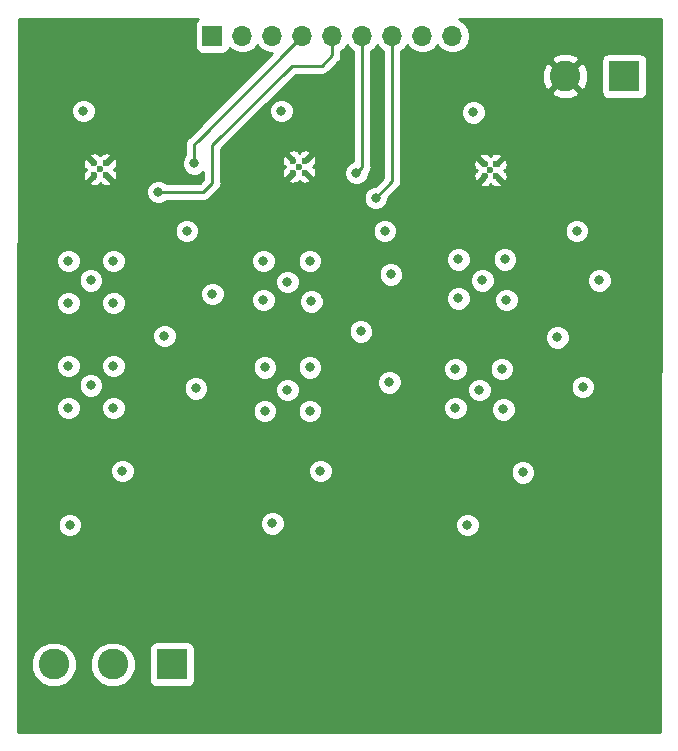
<source format=gbr>
G04 #@! TF.GenerationSoftware,KiCad,Pcbnew,(5.0.1)-3*
G04 #@! TF.CreationDate,2021-02-08T17:12:00-05:00*
G04 #@! TF.ProjectId,fpga_esc,667067615F6573632E6B696361645F70,rev?*
G04 #@! TF.SameCoordinates,Original*
G04 #@! TF.FileFunction,Copper,L2,Inr,Plane*
G04 #@! TF.FilePolarity,Positive*
%FSLAX46Y46*%
G04 Gerber Fmt 4.6, Leading zero omitted, Abs format (unit mm)*
G04 Created by KiCad (PCBNEW (5.0.1)-3) date 2021-02-08 5:12:00 PM*
%MOMM*%
%LPD*%
G01*
G04 APERTURE LIST*
G04 #@! TA.AperFunction,ViaPad*
%ADD10R,2.600000X2.600000*%
G04 #@! TD*
G04 #@! TA.AperFunction,ViaPad*
%ADD11C,2.600000*%
G04 #@! TD*
G04 #@! TA.AperFunction,ViaPad*
%ADD12C,0.600000*%
G04 #@! TD*
G04 #@! TA.AperFunction,ViaPad*
%ADD13R,1.700000X1.700000*%
G04 #@! TD*
G04 #@! TA.AperFunction,ViaPad*
%ADD14O,1.700000X1.700000*%
G04 #@! TD*
G04 #@! TA.AperFunction,ViaPad*
%ADD15C,0.800000*%
G04 #@! TD*
G04 #@! TA.AperFunction,Conductor*
%ADD16C,0.250000*%
G04 #@! TD*
G04 #@! TA.AperFunction,Conductor*
%ADD17C,0.254000*%
G04 #@! TD*
G04 APERTURE END LIST*
D10*
G04 #@! TO.N,V_POWER*
G04 #@! TO.C,J3*
X160600400Y-44043600D03*
D11*
G04 #@! TO.N,GND*
X155600400Y-44043600D03*
G04 #@! TD*
D10*
G04 #@! TO.N,/Motor Output/output_1*
G04 #@! TO.C,J1*
X122301000Y-93853000D03*
D11*
G04 #@! TO.N,/Motor Output/output_2*
X117301000Y-93853000D03*
G04 #@! TO.N,/Motor Output/output_3*
X112301000Y-93853000D03*
G04 #@! TD*
D12*
G04 #@! TO.N,GND*
G04 #@! TO.C,U1*
X149276000Y-52009000D03*
X148776000Y-51509000D03*
X149776000Y-51509000D03*
X148776000Y-52509000D03*
X149776000Y-52509000D03*
G04 #@! TD*
G04 #@! TO.N,GND*
G04 #@! TO.C,U2*
X133078000Y-51705000D03*
X132578000Y-51205000D03*
X133578000Y-51205000D03*
X132578000Y-52205000D03*
X133578000Y-52205000D03*
G04 #@! TD*
G04 #@! TO.N,GND*
G04 #@! TO.C,U3*
X116720000Y-52435000D03*
X115720000Y-52435000D03*
X116720000Y-51435000D03*
X115720000Y-51435000D03*
X116220000Y-51935000D03*
G04 #@! TD*
D13*
G04 #@! TO.N,/Control Signals (from FPGA or microcontroller)/VS_3*
G04 #@! TO.C,J2*
X125730000Y-40640000D03*
D14*
G04 #@! TO.N,/Control Signals (from FPGA or microcontroller)/VS_2*
X128270000Y-40640000D03*
G04 #@! TO.N,/Control Signals (from FPGA or microcontroller)/VS_1*
X130810000Y-40640000D03*
G04 #@! TO.N,/Control Signals (from FPGA or microcontroller)/L3*
X133350000Y-40640000D03*
G04 #@! TO.N,/Control Signals (from FPGA or microcontroller)/H3*
X135890000Y-40640000D03*
G04 #@! TO.N,/Control Signals (from FPGA or microcontroller)/L2*
X138430000Y-40640000D03*
G04 #@! TO.N,/Control Signals (from FPGA or microcontroller)/H2*
X140970000Y-40640000D03*
G04 #@! TO.N,/Control Signals (from FPGA or microcontroller)/L1*
X143510000Y-40640000D03*
G04 #@! TO.N,/Control Signals (from FPGA or microcontroller)/H1*
X146050000Y-40640000D03*
G04 #@! TD*
D15*
G04 #@! TO.N,*
X115443000Y-70231000D03*
X115443000Y-61341000D03*
X117348000Y-63246000D03*
X117348000Y-59690000D03*
X113538000Y-59690000D03*
X113538000Y-63246000D03*
X113538000Y-72136000D03*
X117348000Y-72136000D03*
X117348000Y-68580000D03*
X113538000Y-68580000D03*
X150241000Y-68834000D03*
X146304000Y-72136000D03*
X146304000Y-68834000D03*
X150368000Y-72263000D03*
X148336000Y-70612000D03*
X150495000Y-59563000D03*
X146558000Y-62865000D03*
X146558000Y-59563000D03*
X150622000Y-62992000D03*
X148590000Y-61341000D03*
X134112000Y-63119000D03*
X133985000Y-59690000D03*
X132080000Y-61468000D03*
X130048000Y-62992000D03*
X130048000Y-59690000D03*
X133985000Y-72390000D03*
X130175000Y-72390000D03*
X132080000Y-70612000D03*
X133985000Y-68707000D03*
X130175000Y-68707000D03*
G04 #@! TO.N,/Control Signals (from FPGA or microcontroller)/H2*
X139573000Y-54356000D03*
G04 #@! TO.N,/Control Signals (from FPGA or microcontroller)/H3*
X121158000Y-53848000D03*
G04 #@! TO.N,/Control Signals (from FPGA or microcontroller)/L2*
X137922000Y-52247490D03*
G04 #@! TO.N,/Control Signals (from FPGA or microcontroller)/L3*
X124206000Y-51435000D03*
G04 #@! TO.N,/Three Phase Bridge/PHASE_1*
X154940000Y-66167000D03*
G04 #@! TO.N,/Three Phase Bridge/PHASE_2*
X138303000Y-65659000D03*
G04 #@! TO.N,/Three Phase Bridge/PHASE_3*
X121675000Y-66040000D03*
G04 #@! TO.N,/Control Signals (from FPGA or microcontroller)/VS_3*
X118110000Y-77470000D03*
G04 #@! TO.N,/Control Signals (from FPGA or microcontroller)/VS_1*
X152019000Y-77597000D03*
G04 #@! TO.N,/Control Signals (from FPGA or microcontroller)/VS_2*
X134874000Y-77470000D03*
G04 #@! TO.N,+3V3*
X130810000Y-81915000D03*
X113665000Y-82042000D03*
X147320000Y-82042000D03*
G04 #@! TO.N,Net-(Q1-Pad2)*
X158496000Y-61341000D03*
G04 #@! TO.N,V_POWER*
X140335000Y-57150000D03*
X156591000Y-57150000D03*
X123571000Y-57150000D03*
X114808000Y-46990000D03*
X131572000Y-46990000D03*
X147828000Y-47117000D03*
G04 #@! TO.N,Net-(Q2-Pad2)*
X157099000Y-70358000D03*
G04 #@! TO.N,Net-(Q3-Pad2)*
X140843000Y-60833000D03*
G04 #@! TO.N,Net-(Q4-Pad2)*
X140716000Y-69977000D03*
G04 #@! TO.N,Net-(Q5-Pad2)*
X125730000Y-62484000D03*
G04 #@! TO.N,Net-(Q6-Pad2)*
X124333000Y-70485000D03*
G04 #@! TD*
D16*
G04 #@! TO.N,/Control Signals (from FPGA or microcontroller)/H2*
X140970000Y-52959000D02*
X140970000Y-40640000D01*
X139573000Y-54356000D02*
X140970000Y-52959000D01*
G04 #@! TO.N,/Control Signals (from FPGA or microcontroller)/H3*
X135890000Y-41021000D02*
X135890000Y-40640000D01*
X121158000Y-53848000D02*
X121723685Y-53848000D01*
X124587000Y-53848000D02*
X124968000Y-53848000D01*
X121723685Y-53848000D02*
X124587000Y-53848000D01*
X124968000Y-53848000D02*
X125730000Y-53086000D01*
X125730000Y-53086000D02*
X125730000Y-49911000D01*
X125730000Y-49911000D02*
X132461000Y-43180000D01*
X132461000Y-43180000D02*
X135001000Y-43180000D01*
X135890000Y-42291000D02*
X135890000Y-40640000D01*
X135001000Y-43180000D02*
X135890000Y-42291000D01*
G04 #@! TO.N,/Control Signals (from FPGA or microcontroller)/L2*
X138430000Y-51739490D02*
X138430000Y-40640000D01*
X137922000Y-52247490D02*
X138430000Y-51739490D01*
G04 #@! TO.N,/Control Signals (from FPGA or microcontroller)/L3*
X132500001Y-41489999D02*
X133350000Y-40640000D01*
X124478999Y-49511001D02*
X132500001Y-41489999D01*
X124206000Y-49784000D02*
X124206000Y-51435000D01*
X124478999Y-49511001D02*
X124206000Y-49784000D01*
G04 #@! TD*
D17*
G04 #@! TO.N,GND*
G36*
X124422191Y-39332191D02*
X124281843Y-39542235D01*
X124232560Y-39790000D01*
X124232560Y-41490000D01*
X124281843Y-41737765D01*
X124422191Y-41947809D01*
X124632235Y-42088157D01*
X124880000Y-42137440D01*
X126580000Y-42137440D01*
X126827765Y-42088157D01*
X127037809Y-41947809D01*
X127178157Y-41737765D01*
X127187184Y-41692381D01*
X127199375Y-41710625D01*
X127690582Y-42038839D01*
X128123744Y-42125000D01*
X128416256Y-42125000D01*
X128849418Y-42038839D01*
X129340625Y-41710625D01*
X129540000Y-41412239D01*
X129739375Y-41710625D01*
X130230582Y-42038839D01*
X130663744Y-42125000D01*
X130790198Y-42125000D01*
X123994527Y-48920672D01*
X123721530Y-49193669D01*
X123658071Y-49236071D01*
X123490096Y-49487464D01*
X123446000Y-49709149D01*
X123446000Y-49709153D01*
X123431112Y-49784000D01*
X123446000Y-49858847D01*
X123446001Y-50731288D01*
X123328569Y-50848720D01*
X123171000Y-51229126D01*
X123171000Y-51640874D01*
X123328569Y-52021280D01*
X123619720Y-52312431D01*
X124000126Y-52470000D01*
X124411874Y-52470000D01*
X124792280Y-52312431D01*
X124970000Y-52134711D01*
X124970000Y-52771198D01*
X124653199Y-53088000D01*
X121861711Y-53088000D01*
X121744280Y-52970569D01*
X121363874Y-52813000D01*
X120952126Y-52813000D01*
X120571720Y-52970569D01*
X120280569Y-53261720D01*
X120123000Y-53642126D01*
X120123000Y-54053874D01*
X120280569Y-54434280D01*
X120571720Y-54725431D01*
X120952126Y-54883000D01*
X121363874Y-54883000D01*
X121744280Y-54725431D01*
X121861711Y-54608000D01*
X124893153Y-54608000D01*
X124968000Y-54622888D01*
X125042847Y-54608000D01*
X125042852Y-54608000D01*
X125264537Y-54563904D01*
X125515929Y-54395929D01*
X125558331Y-54332470D01*
X126214473Y-53676329D01*
X126277929Y-53633929D01*
X126362788Y-53506929D01*
X126445904Y-53382538D01*
X126455480Y-53334395D01*
X126490000Y-53160852D01*
X126490000Y-53160848D01*
X126504888Y-53086000D01*
X126490000Y-53011152D01*
X126490000Y-51107927D01*
X131629637Y-51107927D01*
X131664678Y-51478239D01*
X131738975Y-51657607D01*
X131858500Y-51665108D01*
X131898392Y-51705000D01*
X131858500Y-51744892D01*
X131738975Y-51752393D01*
X131629637Y-52107927D01*
X131664678Y-52478239D01*
X131738975Y-52657607D01*
X131933576Y-52669819D01*
X132398395Y-52205000D01*
X132384253Y-52190858D01*
X132406961Y-52168149D01*
X132433576Y-52169819D01*
X132457299Y-52146096D01*
X132480927Y-52153363D01*
X132632579Y-52139013D01*
X132649091Y-52313514D01*
X132613181Y-52349424D01*
X132614851Y-52376039D01*
X132592143Y-52398748D01*
X132578000Y-52384605D01*
X132113181Y-52849424D01*
X132125393Y-53044025D01*
X132480927Y-53153363D01*
X132851239Y-53118322D01*
X133030607Y-53044025D01*
X133038108Y-52924500D01*
X133078000Y-52884608D01*
X133117892Y-52924500D01*
X133125393Y-53044025D01*
X133480927Y-53153363D01*
X133851239Y-53118322D01*
X134030607Y-53044025D01*
X134042819Y-52849424D01*
X133578000Y-52384605D01*
X133563858Y-52398748D01*
X133541149Y-52376039D01*
X133542819Y-52349424D01*
X133519096Y-52325701D01*
X133526363Y-52302073D01*
X133512013Y-52150421D01*
X133686514Y-52133909D01*
X133722424Y-52169819D01*
X133749039Y-52168149D01*
X133771748Y-52190858D01*
X133757605Y-52205000D01*
X134222424Y-52669819D01*
X134417025Y-52657607D01*
X134526363Y-52302073D01*
X134491322Y-51931761D01*
X134417025Y-51752393D01*
X134297500Y-51744892D01*
X134257608Y-51705000D01*
X134297500Y-51665108D01*
X134417025Y-51657607D01*
X134526363Y-51302073D01*
X134491322Y-50931761D01*
X134417025Y-50752393D01*
X134222424Y-50740181D01*
X133757605Y-51205000D01*
X133771748Y-51219143D01*
X133749039Y-51241851D01*
X133722424Y-51240181D01*
X133698701Y-51263904D01*
X133675073Y-51256637D01*
X133523421Y-51270987D01*
X133506909Y-51096486D01*
X133542819Y-51060576D01*
X133541149Y-51033961D01*
X133563858Y-51011253D01*
X133578000Y-51025395D01*
X134042819Y-50560576D01*
X134030607Y-50365975D01*
X133675073Y-50256637D01*
X133304761Y-50291678D01*
X133125393Y-50365975D01*
X133117892Y-50485500D01*
X133078000Y-50525392D01*
X133038108Y-50485500D01*
X133030607Y-50365975D01*
X132675073Y-50256637D01*
X132304761Y-50291678D01*
X132125393Y-50365975D01*
X132113181Y-50560576D01*
X132578000Y-51025395D01*
X132592143Y-51011253D01*
X132614851Y-51033961D01*
X132613181Y-51060576D01*
X132636904Y-51084299D01*
X132629637Y-51107927D01*
X132643987Y-51259579D01*
X132469486Y-51276091D01*
X132433576Y-51240181D01*
X132406961Y-51241851D01*
X132384253Y-51219143D01*
X132398395Y-51205000D01*
X131933576Y-50740181D01*
X131738975Y-50752393D01*
X131629637Y-51107927D01*
X126490000Y-51107927D01*
X126490000Y-50225801D01*
X129931676Y-46784126D01*
X130537000Y-46784126D01*
X130537000Y-47195874D01*
X130694569Y-47576280D01*
X130985720Y-47867431D01*
X131366126Y-48025000D01*
X131777874Y-48025000D01*
X132158280Y-47867431D01*
X132449431Y-47576280D01*
X132607000Y-47195874D01*
X132607000Y-46784126D01*
X132449431Y-46403720D01*
X132158280Y-46112569D01*
X131777874Y-45955000D01*
X131366126Y-45955000D01*
X130985720Y-46112569D01*
X130694569Y-46403720D01*
X130537000Y-46784126D01*
X129931676Y-46784126D01*
X132775803Y-43940000D01*
X134926153Y-43940000D01*
X135001000Y-43954888D01*
X135075847Y-43940000D01*
X135075852Y-43940000D01*
X135297537Y-43895904D01*
X135548929Y-43727929D01*
X135591331Y-43664470D01*
X136374473Y-42881329D01*
X136437929Y-42838929D01*
X136605904Y-42587537D01*
X136650000Y-42365852D01*
X136650000Y-42365847D01*
X136664888Y-42291000D01*
X136650000Y-42216153D01*
X136650000Y-41918178D01*
X136960625Y-41710625D01*
X137160000Y-41412239D01*
X137359375Y-41710625D01*
X137670001Y-41918179D01*
X137670000Y-51231596D01*
X137335720Y-51370059D01*
X137044569Y-51661210D01*
X136887000Y-52041616D01*
X136887000Y-52453364D01*
X137044569Y-52833770D01*
X137335720Y-53124921D01*
X137716126Y-53282490D01*
X138127874Y-53282490D01*
X138508280Y-53124921D01*
X138799431Y-52833770D01*
X138957000Y-52453364D01*
X138957000Y-52301403D01*
X138977929Y-52287419D01*
X139020327Y-52223966D01*
X139020329Y-52223964D01*
X139132296Y-52056393D01*
X139145904Y-52036027D01*
X139190000Y-51814342D01*
X139190000Y-51814338D01*
X139204888Y-51739491D01*
X139190000Y-51664644D01*
X139190000Y-41918178D01*
X139500625Y-41710625D01*
X139700000Y-41412239D01*
X139899375Y-41710625D01*
X140210001Y-41918179D01*
X140210000Y-52644197D01*
X139533198Y-53321000D01*
X139367126Y-53321000D01*
X138986720Y-53478569D01*
X138695569Y-53769720D01*
X138538000Y-54150126D01*
X138538000Y-54561874D01*
X138695569Y-54942280D01*
X138986720Y-55233431D01*
X139367126Y-55391000D01*
X139778874Y-55391000D01*
X140159280Y-55233431D01*
X140450431Y-54942280D01*
X140608000Y-54561874D01*
X140608000Y-54395802D01*
X141454476Y-53549327D01*
X141517929Y-53506929D01*
X141560327Y-53443476D01*
X141560329Y-53443474D01*
X141656147Y-53300071D01*
X141685904Y-53255537D01*
X141730000Y-53033852D01*
X141730000Y-53033848D01*
X141744888Y-52959001D01*
X141730000Y-52884154D01*
X141730000Y-51411927D01*
X147827637Y-51411927D01*
X147862678Y-51782239D01*
X147936975Y-51961607D01*
X148056500Y-51969108D01*
X148096392Y-52009000D01*
X148056500Y-52048892D01*
X147936975Y-52056393D01*
X147827637Y-52411927D01*
X147862678Y-52782239D01*
X147936975Y-52961607D01*
X148131576Y-52973819D01*
X148596395Y-52509000D01*
X148582253Y-52494858D01*
X148604961Y-52472149D01*
X148631576Y-52473819D01*
X148655299Y-52450096D01*
X148678927Y-52457363D01*
X148830579Y-52443013D01*
X148847091Y-52617514D01*
X148811181Y-52653424D01*
X148812851Y-52680039D01*
X148790143Y-52702748D01*
X148776000Y-52688605D01*
X148311181Y-53153424D01*
X148323393Y-53348025D01*
X148678927Y-53457363D01*
X149049239Y-53422322D01*
X149228607Y-53348025D01*
X149236108Y-53228500D01*
X149276000Y-53188608D01*
X149315892Y-53228500D01*
X149323393Y-53348025D01*
X149678927Y-53457363D01*
X150049239Y-53422322D01*
X150228607Y-53348025D01*
X150240819Y-53153424D01*
X149776000Y-52688605D01*
X149761858Y-52702748D01*
X149739149Y-52680039D01*
X149740819Y-52653424D01*
X149717096Y-52629701D01*
X149724363Y-52606073D01*
X149710013Y-52454421D01*
X149884514Y-52437909D01*
X149920424Y-52473819D01*
X149947039Y-52472149D01*
X149969748Y-52494858D01*
X149955605Y-52509000D01*
X150420424Y-52973819D01*
X150615025Y-52961607D01*
X150724363Y-52606073D01*
X150689322Y-52235761D01*
X150615025Y-52056393D01*
X150495500Y-52048892D01*
X150455608Y-52009000D01*
X150495500Y-51969108D01*
X150615025Y-51961607D01*
X150724363Y-51606073D01*
X150689322Y-51235761D01*
X150615025Y-51056393D01*
X150420424Y-51044181D01*
X149955605Y-51509000D01*
X149969748Y-51523143D01*
X149947039Y-51545851D01*
X149920424Y-51544181D01*
X149896701Y-51567904D01*
X149873073Y-51560637D01*
X149721421Y-51574987D01*
X149704909Y-51400486D01*
X149740819Y-51364576D01*
X149739149Y-51337961D01*
X149761858Y-51315253D01*
X149776000Y-51329395D01*
X150240819Y-50864576D01*
X150228607Y-50669975D01*
X149873073Y-50560637D01*
X149502761Y-50595678D01*
X149323393Y-50669975D01*
X149315892Y-50789500D01*
X149276000Y-50829392D01*
X149236108Y-50789500D01*
X149228607Y-50669975D01*
X148873073Y-50560637D01*
X148502761Y-50595678D01*
X148323393Y-50669975D01*
X148311181Y-50864576D01*
X148776000Y-51329395D01*
X148790143Y-51315253D01*
X148812851Y-51337961D01*
X148811181Y-51364576D01*
X148834904Y-51388299D01*
X148827637Y-51411927D01*
X148841987Y-51563579D01*
X148667486Y-51580091D01*
X148631576Y-51544181D01*
X148604961Y-51545851D01*
X148582253Y-51523143D01*
X148596395Y-51509000D01*
X148131576Y-51044181D01*
X147936975Y-51056393D01*
X147827637Y-51411927D01*
X141730000Y-51411927D01*
X141730000Y-46911126D01*
X146793000Y-46911126D01*
X146793000Y-47322874D01*
X146950569Y-47703280D01*
X147241720Y-47994431D01*
X147622126Y-48152000D01*
X148033874Y-48152000D01*
X148414280Y-47994431D01*
X148705431Y-47703280D01*
X148863000Y-47322874D01*
X148863000Y-46911126D01*
X148705431Y-46530720D01*
X148414280Y-46239569D01*
X148033874Y-46082000D01*
X147622126Y-46082000D01*
X147241720Y-46239569D01*
X146950569Y-46530720D01*
X146793000Y-46911126D01*
X141730000Y-46911126D01*
X141730000Y-45413059D01*
X154410546Y-45413059D01*
X154545904Y-45711055D01*
X155264280Y-45987666D01*
X156033827Y-45968310D01*
X156654896Y-45711055D01*
X156790254Y-45413059D01*
X155600400Y-44223205D01*
X154410546Y-45413059D01*
X141730000Y-45413059D01*
X141730000Y-43707480D01*
X153656334Y-43707480D01*
X153675690Y-44477027D01*
X153932945Y-45098096D01*
X154230941Y-45233454D01*
X155420795Y-44043600D01*
X155780005Y-44043600D01*
X156969859Y-45233454D01*
X157267855Y-45098096D01*
X157544466Y-44379720D01*
X157525110Y-43610173D01*
X157267855Y-42989104D01*
X156969859Y-42853746D01*
X155780005Y-44043600D01*
X155420795Y-44043600D01*
X154230941Y-42853746D01*
X153932945Y-42989104D01*
X153656334Y-43707480D01*
X141730000Y-43707480D01*
X141730000Y-42674141D01*
X154410546Y-42674141D01*
X155600400Y-43863995D01*
X156720795Y-42743600D01*
X158652960Y-42743600D01*
X158652960Y-45343600D01*
X158702243Y-45591365D01*
X158842591Y-45801409D01*
X159052635Y-45941757D01*
X159300400Y-45991040D01*
X161900400Y-45991040D01*
X162148165Y-45941757D01*
X162358209Y-45801409D01*
X162498557Y-45591365D01*
X162547840Y-45343600D01*
X162547840Y-42743600D01*
X162498557Y-42495835D01*
X162358209Y-42285791D01*
X162148165Y-42145443D01*
X161900400Y-42096160D01*
X159300400Y-42096160D01*
X159052635Y-42145443D01*
X158842591Y-42285791D01*
X158702243Y-42495835D01*
X158652960Y-42743600D01*
X156720795Y-42743600D01*
X156790254Y-42674141D01*
X156654896Y-42376145D01*
X155936520Y-42099534D01*
X155166973Y-42118890D01*
X154545904Y-42376145D01*
X154410546Y-42674141D01*
X141730000Y-42674141D01*
X141730000Y-41918178D01*
X142040625Y-41710625D01*
X142240000Y-41412239D01*
X142439375Y-41710625D01*
X142930582Y-42038839D01*
X143363744Y-42125000D01*
X143656256Y-42125000D01*
X144089418Y-42038839D01*
X144580625Y-41710625D01*
X144780000Y-41412239D01*
X144979375Y-41710625D01*
X145470582Y-42038839D01*
X145903744Y-42125000D01*
X146196256Y-42125000D01*
X146629418Y-42038839D01*
X147120625Y-41710625D01*
X147448839Y-41219418D01*
X147564092Y-40640000D01*
X147448839Y-40060582D01*
X147120625Y-39569375D01*
X146632170Y-39243000D01*
X163702787Y-39243000D01*
X163601613Y-99542600D01*
X109245613Y-99542600D01*
X109255805Y-93468105D01*
X110366000Y-93468105D01*
X110366000Y-94237895D01*
X110660586Y-94949090D01*
X111204910Y-95493414D01*
X111916105Y-95788000D01*
X112685895Y-95788000D01*
X113397090Y-95493414D01*
X113941414Y-94949090D01*
X114236000Y-94237895D01*
X114236000Y-93468105D01*
X115366000Y-93468105D01*
X115366000Y-94237895D01*
X115660586Y-94949090D01*
X116204910Y-95493414D01*
X116916105Y-95788000D01*
X117685895Y-95788000D01*
X118397090Y-95493414D01*
X118941414Y-94949090D01*
X119236000Y-94237895D01*
X119236000Y-93468105D01*
X118941414Y-92756910D01*
X118737504Y-92553000D01*
X120353560Y-92553000D01*
X120353560Y-95153000D01*
X120402843Y-95400765D01*
X120543191Y-95610809D01*
X120753235Y-95751157D01*
X121001000Y-95800440D01*
X123601000Y-95800440D01*
X123848765Y-95751157D01*
X124058809Y-95610809D01*
X124199157Y-95400765D01*
X124248440Y-95153000D01*
X124248440Y-92553000D01*
X124199157Y-92305235D01*
X124058809Y-92095191D01*
X123848765Y-91954843D01*
X123601000Y-91905560D01*
X121001000Y-91905560D01*
X120753235Y-91954843D01*
X120543191Y-92095191D01*
X120402843Y-92305235D01*
X120353560Y-92553000D01*
X118737504Y-92553000D01*
X118397090Y-92212586D01*
X117685895Y-91918000D01*
X116916105Y-91918000D01*
X116204910Y-92212586D01*
X115660586Y-92756910D01*
X115366000Y-93468105D01*
X114236000Y-93468105D01*
X113941414Y-92756910D01*
X113397090Y-92212586D01*
X112685895Y-91918000D01*
X111916105Y-91918000D01*
X111204910Y-92212586D01*
X110660586Y-92756910D01*
X110366000Y-93468105D01*
X109255805Y-93468105D01*
X109275321Y-81836126D01*
X112630000Y-81836126D01*
X112630000Y-82247874D01*
X112787569Y-82628280D01*
X113078720Y-82919431D01*
X113459126Y-83077000D01*
X113870874Y-83077000D01*
X114251280Y-82919431D01*
X114542431Y-82628280D01*
X114700000Y-82247874D01*
X114700000Y-81836126D01*
X114647395Y-81709126D01*
X129775000Y-81709126D01*
X129775000Y-82120874D01*
X129932569Y-82501280D01*
X130223720Y-82792431D01*
X130604126Y-82950000D01*
X131015874Y-82950000D01*
X131396280Y-82792431D01*
X131687431Y-82501280D01*
X131845000Y-82120874D01*
X131845000Y-81836126D01*
X146285000Y-81836126D01*
X146285000Y-82247874D01*
X146442569Y-82628280D01*
X146733720Y-82919431D01*
X147114126Y-83077000D01*
X147525874Y-83077000D01*
X147906280Y-82919431D01*
X148197431Y-82628280D01*
X148355000Y-82247874D01*
X148355000Y-81836126D01*
X148197431Y-81455720D01*
X147906280Y-81164569D01*
X147525874Y-81007000D01*
X147114126Y-81007000D01*
X146733720Y-81164569D01*
X146442569Y-81455720D01*
X146285000Y-81836126D01*
X131845000Y-81836126D01*
X131845000Y-81709126D01*
X131687431Y-81328720D01*
X131396280Y-81037569D01*
X131015874Y-80880000D01*
X130604126Y-80880000D01*
X130223720Y-81037569D01*
X129932569Y-81328720D01*
X129775000Y-81709126D01*
X114647395Y-81709126D01*
X114542431Y-81455720D01*
X114251280Y-81164569D01*
X113870874Y-81007000D01*
X113459126Y-81007000D01*
X113078720Y-81164569D01*
X112787569Y-81455720D01*
X112630000Y-81836126D01*
X109275321Y-81836126D01*
X109282992Y-77264126D01*
X117075000Y-77264126D01*
X117075000Y-77675874D01*
X117232569Y-78056280D01*
X117523720Y-78347431D01*
X117904126Y-78505000D01*
X118315874Y-78505000D01*
X118696280Y-78347431D01*
X118987431Y-78056280D01*
X119145000Y-77675874D01*
X119145000Y-77264126D01*
X133839000Y-77264126D01*
X133839000Y-77675874D01*
X133996569Y-78056280D01*
X134287720Y-78347431D01*
X134668126Y-78505000D01*
X135079874Y-78505000D01*
X135460280Y-78347431D01*
X135751431Y-78056280D01*
X135909000Y-77675874D01*
X135909000Y-77391126D01*
X150984000Y-77391126D01*
X150984000Y-77802874D01*
X151141569Y-78183280D01*
X151432720Y-78474431D01*
X151813126Y-78632000D01*
X152224874Y-78632000D01*
X152605280Y-78474431D01*
X152896431Y-78183280D01*
X153054000Y-77802874D01*
X153054000Y-77391126D01*
X152896431Y-77010720D01*
X152605280Y-76719569D01*
X152224874Y-76562000D01*
X151813126Y-76562000D01*
X151432720Y-76719569D01*
X151141569Y-77010720D01*
X150984000Y-77391126D01*
X135909000Y-77391126D01*
X135909000Y-77264126D01*
X135751431Y-76883720D01*
X135460280Y-76592569D01*
X135079874Y-76435000D01*
X134668126Y-76435000D01*
X134287720Y-76592569D01*
X133996569Y-76883720D01*
X133839000Y-77264126D01*
X119145000Y-77264126D01*
X118987431Y-76883720D01*
X118696280Y-76592569D01*
X118315874Y-76435000D01*
X117904126Y-76435000D01*
X117523720Y-76592569D01*
X117232569Y-76883720D01*
X117075000Y-77264126D01*
X109282992Y-77264126D01*
X109291942Y-71930126D01*
X112503000Y-71930126D01*
X112503000Y-72341874D01*
X112660569Y-72722280D01*
X112951720Y-73013431D01*
X113332126Y-73171000D01*
X113743874Y-73171000D01*
X114124280Y-73013431D01*
X114415431Y-72722280D01*
X114573000Y-72341874D01*
X114573000Y-71930126D01*
X116313000Y-71930126D01*
X116313000Y-72341874D01*
X116470569Y-72722280D01*
X116761720Y-73013431D01*
X117142126Y-73171000D01*
X117553874Y-73171000D01*
X117934280Y-73013431D01*
X118225431Y-72722280D01*
X118383000Y-72341874D01*
X118383000Y-72184126D01*
X129140000Y-72184126D01*
X129140000Y-72595874D01*
X129297569Y-72976280D01*
X129588720Y-73267431D01*
X129969126Y-73425000D01*
X130380874Y-73425000D01*
X130761280Y-73267431D01*
X131052431Y-72976280D01*
X131210000Y-72595874D01*
X131210000Y-72184126D01*
X132950000Y-72184126D01*
X132950000Y-72595874D01*
X133107569Y-72976280D01*
X133398720Y-73267431D01*
X133779126Y-73425000D01*
X134190874Y-73425000D01*
X134571280Y-73267431D01*
X134862431Y-72976280D01*
X135020000Y-72595874D01*
X135020000Y-72184126D01*
X134914790Y-71930126D01*
X145269000Y-71930126D01*
X145269000Y-72341874D01*
X145426569Y-72722280D01*
X145717720Y-73013431D01*
X146098126Y-73171000D01*
X146509874Y-73171000D01*
X146890280Y-73013431D01*
X147181431Y-72722280D01*
X147339000Y-72341874D01*
X147339000Y-72057126D01*
X149333000Y-72057126D01*
X149333000Y-72468874D01*
X149490569Y-72849280D01*
X149781720Y-73140431D01*
X150162126Y-73298000D01*
X150573874Y-73298000D01*
X150954280Y-73140431D01*
X151245431Y-72849280D01*
X151403000Y-72468874D01*
X151403000Y-72057126D01*
X151245431Y-71676720D01*
X150954280Y-71385569D01*
X150573874Y-71228000D01*
X150162126Y-71228000D01*
X149781720Y-71385569D01*
X149490569Y-71676720D01*
X149333000Y-72057126D01*
X147339000Y-72057126D01*
X147339000Y-71930126D01*
X147181431Y-71549720D01*
X146890280Y-71258569D01*
X146509874Y-71101000D01*
X146098126Y-71101000D01*
X145717720Y-71258569D01*
X145426569Y-71549720D01*
X145269000Y-71930126D01*
X134914790Y-71930126D01*
X134862431Y-71803720D01*
X134571280Y-71512569D01*
X134190874Y-71355000D01*
X133779126Y-71355000D01*
X133398720Y-71512569D01*
X133107569Y-71803720D01*
X132950000Y-72184126D01*
X131210000Y-72184126D01*
X131052431Y-71803720D01*
X130761280Y-71512569D01*
X130380874Y-71355000D01*
X129969126Y-71355000D01*
X129588720Y-71512569D01*
X129297569Y-71803720D01*
X129140000Y-72184126D01*
X118383000Y-72184126D01*
X118383000Y-71930126D01*
X118225431Y-71549720D01*
X117934280Y-71258569D01*
X117553874Y-71101000D01*
X117142126Y-71101000D01*
X116761720Y-71258569D01*
X116470569Y-71549720D01*
X116313000Y-71930126D01*
X114573000Y-71930126D01*
X114415431Y-71549720D01*
X114124280Y-71258569D01*
X113743874Y-71101000D01*
X113332126Y-71101000D01*
X112951720Y-71258569D01*
X112660569Y-71549720D01*
X112503000Y-71930126D01*
X109291942Y-71930126D01*
X109295138Y-70025126D01*
X114408000Y-70025126D01*
X114408000Y-70436874D01*
X114565569Y-70817280D01*
X114856720Y-71108431D01*
X115237126Y-71266000D01*
X115648874Y-71266000D01*
X116029280Y-71108431D01*
X116320431Y-70817280D01*
X116478000Y-70436874D01*
X116478000Y-70279126D01*
X123298000Y-70279126D01*
X123298000Y-70690874D01*
X123455569Y-71071280D01*
X123746720Y-71362431D01*
X124127126Y-71520000D01*
X124538874Y-71520000D01*
X124919280Y-71362431D01*
X125210431Y-71071280D01*
X125368000Y-70690874D01*
X125368000Y-70406126D01*
X131045000Y-70406126D01*
X131045000Y-70817874D01*
X131202569Y-71198280D01*
X131493720Y-71489431D01*
X131874126Y-71647000D01*
X132285874Y-71647000D01*
X132666280Y-71489431D01*
X132957431Y-71198280D01*
X133115000Y-70817874D01*
X133115000Y-70406126D01*
X132957431Y-70025720D01*
X132702837Y-69771126D01*
X139681000Y-69771126D01*
X139681000Y-70182874D01*
X139838569Y-70563280D01*
X140129720Y-70854431D01*
X140510126Y-71012000D01*
X140921874Y-71012000D01*
X141302280Y-70854431D01*
X141593431Y-70563280D01*
X141658526Y-70406126D01*
X147301000Y-70406126D01*
X147301000Y-70817874D01*
X147458569Y-71198280D01*
X147749720Y-71489431D01*
X148130126Y-71647000D01*
X148541874Y-71647000D01*
X148922280Y-71489431D01*
X149213431Y-71198280D01*
X149371000Y-70817874D01*
X149371000Y-70406126D01*
X149265790Y-70152126D01*
X156064000Y-70152126D01*
X156064000Y-70563874D01*
X156221569Y-70944280D01*
X156512720Y-71235431D01*
X156893126Y-71393000D01*
X157304874Y-71393000D01*
X157685280Y-71235431D01*
X157976431Y-70944280D01*
X158134000Y-70563874D01*
X158134000Y-70152126D01*
X157976431Y-69771720D01*
X157685280Y-69480569D01*
X157304874Y-69323000D01*
X156893126Y-69323000D01*
X156512720Y-69480569D01*
X156221569Y-69771720D01*
X156064000Y-70152126D01*
X149265790Y-70152126D01*
X149213431Y-70025720D01*
X148922280Y-69734569D01*
X148541874Y-69577000D01*
X148130126Y-69577000D01*
X147749720Y-69734569D01*
X147458569Y-70025720D01*
X147301000Y-70406126D01*
X141658526Y-70406126D01*
X141751000Y-70182874D01*
X141751000Y-69771126D01*
X141593431Y-69390720D01*
X141302280Y-69099569D01*
X140921874Y-68942000D01*
X140510126Y-68942000D01*
X140129720Y-69099569D01*
X139838569Y-69390720D01*
X139681000Y-69771126D01*
X132702837Y-69771126D01*
X132666280Y-69734569D01*
X132285874Y-69577000D01*
X131874126Y-69577000D01*
X131493720Y-69734569D01*
X131202569Y-70025720D01*
X131045000Y-70406126D01*
X125368000Y-70406126D01*
X125368000Y-70279126D01*
X125210431Y-69898720D01*
X124919280Y-69607569D01*
X124538874Y-69450000D01*
X124127126Y-69450000D01*
X123746720Y-69607569D01*
X123455569Y-69898720D01*
X123298000Y-70279126D01*
X116478000Y-70279126D01*
X116478000Y-70025126D01*
X116320431Y-69644720D01*
X116029280Y-69353569D01*
X115648874Y-69196000D01*
X115237126Y-69196000D01*
X114856720Y-69353569D01*
X114565569Y-69644720D01*
X114408000Y-70025126D01*
X109295138Y-70025126D01*
X109297908Y-68374126D01*
X112503000Y-68374126D01*
X112503000Y-68785874D01*
X112660569Y-69166280D01*
X112951720Y-69457431D01*
X113332126Y-69615000D01*
X113743874Y-69615000D01*
X114124280Y-69457431D01*
X114415431Y-69166280D01*
X114573000Y-68785874D01*
X114573000Y-68374126D01*
X116313000Y-68374126D01*
X116313000Y-68785874D01*
X116470569Y-69166280D01*
X116761720Y-69457431D01*
X117142126Y-69615000D01*
X117553874Y-69615000D01*
X117934280Y-69457431D01*
X118225431Y-69166280D01*
X118383000Y-68785874D01*
X118383000Y-68501126D01*
X129140000Y-68501126D01*
X129140000Y-68912874D01*
X129297569Y-69293280D01*
X129588720Y-69584431D01*
X129969126Y-69742000D01*
X130380874Y-69742000D01*
X130761280Y-69584431D01*
X131052431Y-69293280D01*
X131210000Y-68912874D01*
X131210000Y-68501126D01*
X132950000Y-68501126D01*
X132950000Y-68912874D01*
X133107569Y-69293280D01*
X133398720Y-69584431D01*
X133779126Y-69742000D01*
X134190874Y-69742000D01*
X134571280Y-69584431D01*
X134862431Y-69293280D01*
X135020000Y-68912874D01*
X135020000Y-68628126D01*
X145269000Y-68628126D01*
X145269000Y-69039874D01*
X145426569Y-69420280D01*
X145717720Y-69711431D01*
X146098126Y-69869000D01*
X146509874Y-69869000D01*
X146890280Y-69711431D01*
X147181431Y-69420280D01*
X147339000Y-69039874D01*
X147339000Y-68628126D01*
X149206000Y-68628126D01*
X149206000Y-69039874D01*
X149363569Y-69420280D01*
X149654720Y-69711431D01*
X150035126Y-69869000D01*
X150446874Y-69869000D01*
X150827280Y-69711431D01*
X151118431Y-69420280D01*
X151276000Y-69039874D01*
X151276000Y-68628126D01*
X151118431Y-68247720D01*
X150827280Y-67956569D01*
X150446874Y-67799000D01*
X150035126Y-67799000D01*
X149654720Y-67956569D01*
X149363569Y-68247720D01*
X149206000Y-68628126D01*
X147339000Y-68628126D01*
X147181431Y-68247720D01*
X146890280Y-67956569D01*
X146509874Y-67799000D01*
X146098126Y-67799000D01*
X145717720Y-67956569D01*
X145426569Y-68247720D01*
X145269000Y-68628126D01*
X135020000Y-68628126D01*
X135020000Y-68501126D01*
X134862431Y-68120720D01*
X134571280Y-67829569D01*
X134190874Y-67672000D01*
X133779126Y-67672000D01*
X133398720Y-67829569D01*
X133107569Y-68120720D01*
X132950000Y-68501126D01*
X131210000Y-68501126D01*
X131052431Y-68120720D01*
X130761280Y-67829569D01*
X130380874Y-67672000D01*
X129969126Y-67672000D01*
X129588720Y-67829569D01*
X129297569Y-68120720D01*
X129140000Y-68501126D01*
X118383000Y-68501126D01*
X118383000Y-68374126D01*
X118225431Y-67993720D01*
X117934280Y-67702569D01*
X117553874Y-67545000D01*
X117142126Y-67545000D01*
X116761720Y-67702569D01*
X116470569Y-67993720D01*
X116313000Y-68374126D01*
X114573000Y-68374126D01*
X114415431Y-67993720D01*
X114124280Y-67702569D01*
X113743874Y-67545000D01*
X113332126Y-67545000D01*
X112951720Y-67702569D01*
X112660569Y-67993720D01*
X112503000Y-68374126D01*
X109297908Y-68374126D01*
X109302169Y-65834126D01*
X120640000Y-65834126D01*
X120640000Y-66245874D01*
X120797569Y-66626280D01*
X121088720Y-66917431D01*
X121469126Y-67075000D01*
X121880874Y-67075000D01*
X122261280Y-66917431D01*
X122552431Y-66626280D01*
X122710000Y-66245874D01*
X122710000Y-65834126D01*
X122552431Y-65453720D01*
X122551837Y-65453126D01*
X137268000Y-65453126D01*
X137268000Y-65864874D01*
X137425569Y-66245280D01*
X137716720Y-66536431D01*
X138097126Y-66694000D01*
X138508874Y-66694000D01*
X138889280Y-66536431D01*
X139180431Y-66245280D01*
X139298131Y-65961126D01*
X153905000Y-65961126D01*
X153905000Y-66372874D01*
X154062569Y-66753280D01*
X154353720Y-67044431D01*
X154734126Y-67202000D01*
X155145874Y-67202000D01*
X155526280Y-67044431D01*
X155817431Y-66753280D01*
X155975000Y-66372874D01*
X155975000Y-65961126D01*
X155817431Y-65580720D01*
X155526280Y-65289569D01*
X155145874Y-65132000D01*
X154734126Y-65132000D01*
X154353720Y-65289569D01*
X154062569Y-65580720D01*
X153905000Y-65961126D01*
X139298131Y-65961126D01*
X139338000Y-65864874D01*
X139338000Y-65453126D01*
X139180431Y-65072720D01*
X138889280Y-64781569D01*
X138508874Y-64624000D01*
X138097126Y-64624000D01*
X137716720Y-64781569D01*
X137425569Y-65072720D01*
X137268000Y-65453126D01*
X122551837Y-65453126D01*
X122261280Y-65162569D01*
X121880874Y-65005000D01*
X121469126Y-65005000D01*
X121088720Y-65162569D01*
X120797569Y-65453720D01*
X120640000Y-65834126D01*
X109302169Y-65834126D01*
X109306857Y-63040126D01*
X112503000Y-63040126D01*
X112503000Y-63451874D01*
X112660569Y-63832280D01*
X112951720Y-64123431D01*
X113332126Y-64281000D01*
X113743874Y-64281000D01*
X114124280Y-64123431D01*
X114415431Y-63832280D01*
X114573000Y-63451874D01*
X114573000Y-63040126D01*
X116313000Y-63040126D01*
X116313000Y-63451874D01*
X116470569Y-63832280D01*
X116761720Y-64123431D01*
X117142126Y-64281000D01*
X117553874Y-64281000D01*
X117934280Y-64123431D01*
X118225431Y-63832280D01*
X118383000Y-63451874D01*
X118383000Y-63040126D01*
X118225431Y-62659720D01*
X117934280Y-62368569D01*
X117715931Y-62278126D01*
X124695000Y-62278126D01*
X124695000Y-62689874D01*
X124852569Y-63070280D01*
X125143720Y-63361431D01*
X125524126Y-63519000D01*
X125935874Y-63519000D01*
X126316280Y-63361431D01*
X126607431Y-63070280D01*
X126725131Y-62786126D01*
X129013000Y-62786126D01*
X129013000Y-63197874D01*
X129170569Y-63578280D01*
X129461720Y-63869431D01*
X129842126Y-64027000D01*
X130253874Y-64027000D01*
X130634280Y-63869431D01*
X130925431Y-63578280D01*
X131083000Y-63197874D01*
X131083000Y-62913126D01*
X133077000Y-62913126D01*
X133077000Y-63324874D01*
X133234569Y-63705280D01*
X133525720Y-63996431D01*
X133906126Y-64154000D01*
X134317874Y-64154000D01*
X134698280Y-63996431D01*
X134989431Y-63705280D01*
X135147000Y-63324874D01*
X135147000Y-62913126D01*
X135041790Y-62659126D01*
X145523000Y-62659126D01*
X145523000Y-63070874D01*
X145680569Y-63451280D01*
X145971720Y-63742431D01*
X146352126Y-63900000D01*
X146763874Y-63900000D01*
X147144280Y-63742431D01*
X147435431Y-63451280D01*
X147593000Y-63070874D01*
X147593000Y-62786126D01*
X149587000Y-62786126D01*
X149587000Y-63197874D01*
X149744569Y-63578280D01*
X150035720Y-63869431D01*
X150416126Y-64027000D01*
X150827874Y-64027000D01*
X151208280Y-63869431D01*
X151499431Y-63578280D01*
X151657000Y-63197874D01*
X151657000Y-62786126D01*
X151499431Y-62405720D01*
X151208280Y-62114569D01*
X150827874Y-61957000D01*
X150416126Y-61957000D01*
X150035720Y-62114569D01*
X149744569Y-62405720D01*
X149587000Y-62786126D01*
X147593000Y-62786126D01*
X147593000Y-62659126D01*
X147435431Y-62278720D01*
X147144280Y-61987569D01*
X146763874Y-61830000D01*
X146352126Y-61830000D01*
X145971720Y-61987569D01*
X145680569Y-62278720D01*
X145523000Y-62659126D01*
X135041790Y-62659126D01*
X134989431Y-62532720D01*
X134698280Y-62241569D01*
X134317874Y-62084000D01*
X133906126Y-62084000D01*
X133525720Y-62241569D01*
X133234569Y-62532720D01*
X133077000Y-62913126D01*
X131083000Y-62913126D01*
X131083000Y-62786126D01*
X130925431Y-62405720D01*
X130634280Y-62114569D01*
X130253874Y-61957000D01*
X129842126Y-61957000D01*
X129461720Y-62114569D01*
X129170569Y-62405720D01*
X129013000Y-62786126D01*
X126725131Y-62786126D01*
X126765000Y-62689874D01*
X126765000Y-62278126D01*
X126607431Y-61897720D01*
X126316280Y-61606569D01*
X125935874Y-61449000D01*
X125524126Y-61449000D01*
X125143720Y-61606569D01*
X124852569Y-61897720D01*
X124695000Y-62278126D01*
X117715931Y-62278126D01*
X117553874Y-62211000D01*
X117142126Y-62211000D01*
X116761720Y-62368569D01*
X116470569Y-62659720D01*
X116313000Y-63040126D01*
X114573000Y-63040126D01*
X114415431Y-62659720D01*
X114124280Y-62368569D01*
X113743874Y-62211000D01*
X113332126Y-62211000D01*
X112951720Y-62368569D01*
X112660569Y-62659720D01*
X112503000Y-63040126D01*
X109306857Y-63040126D01*
X109310053Y-61135126D01*
X114408000Y-61135126D01*
X114408000Y-61546874D01*
X114565569Y-61927280D01*
X114856720Y-62218431D01*
X115237126Y-62376000D01*
X115648874Y-62376000D01*
X116029280Y-62218431D01*
X116320431Y-61927280D01*
X116478000Y-61546874D01*
X116478000Y-61262126D01*
X131045000Y-61262126D01*
X131045000Y-61673874D01*
X131202569Y-62054280D01*
X131493720Y-62345431D01*
X131874126Y-62503000D01*
X132285874Y-62503000D01*
X132666280Y-62345431D01*
X132957431Y-62054280D01*
X133115000Y-61673874D01*
X133115000Y-61262126D01*
X132957431Y-60881720D01*
X132666280Y-60590569D01*
X132285874Y-60433000D01*
X131874126Y-60433000D01*
X131493720Y-60590569D01*
X131202569Y-60881720D01*
X131045000Y-61262126D01*
X116478000Y-61262126D01*
X116478000Y-61135126D01*
X116320431Y-60754720D01*
X116029280Y-60463569D01*
X115648874Y-60306000D01*
X115237126Y-60306000D01*
X114856720Y-60463569D01*
X114565569Y-60754720D01*
X114408000Y-61135126D01*
X109310053Y-61135126D01*
X109312823Y-59484126D01*
X112503000Y-59484126D01*
X112503000Y-59895874D01*
X112660569Y-60276280D01*
X112951720Y-60567431D01*
X113332126Y-60725000D01*
X113743874Y-60725000D01*
X114124280Y-60567431D01*
X114415431Y-60276280D01*
X114573000Y-59895874D01*
X114573000Y-59484126D01*
X116313000Y-59484126D01*
X116313000Y-59895874D01*
X116470569Y-60276280D01*
X116761720Y-60567431D01*
X117142126Y-60725000D01*
X117553874Y-60725000D01*
X117934280Y-60567431D01*
X118225431Y-60276280D01*
X118383000Y-59895874D01*
X118383000Y-59484126D01*
X129013000Y-59484126D01*
X129013000Y-59895874D01*
X129170569Y-60276280D01*
X129461720Y-60567431D01*
X129842126Y-60725000D01*
X130253874Y-60725000D01*
X130634280Y-60567431D01*
X130925431Y-60276280D01*
X131083000Y-59895874D01*
X131083000Y-59484126D01*
X132950000Y-59484126D01*
X132950000Y-59895874D01*
X133107569Y-60276280D01*
X133398720Y-60567431D01*
X133779126Y-60725000D01*
X134190874Y-60725000D01*
X134427163Y-60627126D01*
X139808000Y-60627126D01*
X139808000Y-61038874D01*
X139965569Y-61419280D01*
X140256720Y-61710431D01*
X140637126Y-61868000D01*
X141048874Y-61868000D01*
X141429280Y-61710431D01*
X141720431Y-61419280D01*
X141838131Y-61135126D01*
X147555000Y-61135126D01*
X147555000Y-61546874D01*
X147712569Y-61927280D01*
X148003720Y-62218431D01*
X148384126Y-62376000D01*
X148795874Y-62376000D01*
X149176280Y-62218431D01*
X149467431Y-61927280D01*
X149625000Y-61546874D01*
X149625000Y-61135126D01*
X157461000Y-61135126D01*
X157461000Y-61546874D01*
X157618569Y-61927280D01*
X157909720Y-62218431D01*
X158290126Y-62376000D01*
X158701874Y-62376000D01*
X159082280Y-62218431D01*
X159373431Y-61927280D01*
X159531000Y-61546874D01*
X159531000Y-61135126D01*
X159373431Y-60754720D01*
X159082280Y-60463569D01*
X158701874Y-60306000D01*
X158290126Y-60306000D01*
X157909720Y-60463569D01*
X157618569Y-60754720D01*
X157461000Y-61135126D01*
X149625000Y-61135126D01*
X149467431Y-60754720D01*
X149176280Y-60463569D01*
X148795874Y-60306000D01*
X148384126Y-60306000D01*
X148003720Y-60463569D01*
X147712569Y-60754720D01*
X147555000Y-61135126D01*
X141838131Y-61135126D01*
X141878000Y-61038874D01*
X141878000Y-60627126D01*
X141720431Y-60246720D01*
X141429280Y-59955569D01*
X141048874Y-59798000D01*
X140637126Y-59798000D01*
X140256720Y-59955569D01*
X139965569Y-60246720D01*
X139808000Y-60627126D01*
X134427163Y-60627126D01*
X134571280Y-60567431D01*
X134862431Y-60276280D01*
X135020000Y-59895874D01*
X135020000Y-59484126D01*
X134967395Y-59357126D01*
X145523000Y-59357126D01*
X145523000Y-59768874D01*
X145680569Y-60149280D01*
X145971720Y-60440431D01*
X146352126Y-60598000D01*
X146763874Y-60598000D01*
X147144280Y-60440431D01*
X147435431Y-60149280D01*
X147593000Y-59768874D01*
X147593000Y-59357126D01*
X149460000Y-59357126D01*
X149460000Y-59768874D01*
X149617569Y-60149280D01*
X149908720Y-60440431D01*
X150289126Y-60598000D01*
X150700874Y-60598000D01*
X151081280Y-60440431D01*
X151372431Y-60149280D01*
X151530000Y-59768874D01*
X151530000Y-59357126D01*
X151372431Y-58976720D01*
X151081280Y-58685569D01*
X150700874Y-58528000D01*
X150289126Y-58528000D01*
X149908720Y-58685569D01*
X149617569Y-58976720D01*
X149460000Y-59357126D01*
X147593000Y-59357126D01*
X147435431Y-58976720D01*
X147144280Y-58685569D01*
X146763874Y-58528000D01*
X146352126Y-58528000D01*
X145971720Y-58685569D01*
X145680569Y-58976720D01*
X145523000Y-59357126D01*
X134967395Y-59357126D01*
X134862431Y-59103720D01*
X134571280Y-58812569D01*
X134190874Y-58655000D01*
X133779126Y-58655000D01*
X133398720Y-58812569D01*
X133107569Y-59103720D01*
X132950000Y-59484126D01*
X131083000Y-59484126D01*
X130925431Y-59103720D01*
X130634280Y-58812569D01*
X130253874Y-58655000D01*
X129842126Y-58655000D01*
X129461720Y-58812569D01*
X129170569Y-59103720D01*
X129013000Y-59484126D01*
X118383000Y-59484126D01*
X118225431Y-59103720D01*
X117934280Y-58812569D01*
X117553874Y-58655000D01*
X117142126Y-58655000D01*
X116761720Y-58812569D01*
X116470569Y-59103720D01*
X116313000Y-59484126D01*
X114573000Y-59484126D01*
X114415431Y-59103720D01*
X114124280Y-58812569D01*
X113743874Y-58655000D01*
X113332126Y-58655000D01*
X112951720Y-58812569D01*
X112660569Y-59103720D01*
X112503000Y-59484126D01*
X109312823Y-59484126D01*
X109317084Y-56944126D01*
X122536000Y-56944126D01*
X122536000Y-57355874D01*
X122693569Y-57736280D01*
X122984720Y-58027431D01*
X123365126Y-58185000D01*
X123776874Y-58185000D01*
X124157280Y-58027431D01*
X124448431Y-57736280D01*
X124606000Y-57355874D01*
X124606000Y-56944126D01*
X139300000Y-56944126D01*
X139300000Y-57355874D01*
X139457569Y-57736280D01*
X139748720Y-58027431D01*
X140129126Y-58185000D01*
X140540874Y-58185000D01*
X140921280Y-58027431D01*
X141212431Y-57736280D01*
X141370000Y-57355874D01*
X141370000Y-56944126D01*
X155556000Y-56944126D01*
X155556000Y-57355874D01*
X155713569Y-57736280D01*
X156004720Y-58027431D01*
X156385126Y-58185000D01*
X156796874Y-58185000D01*
X157177280Y-58027431D01*
X157468431Y-57736280D01*
X157626000Y-57355874D01*
X157626000Y-56944126D01*
X157468431Y-56563720D01*
X157177280Y-56272569D01*
X156796874Y-56115000D01*
X156385126Y-56115000D01*
X156004720Y-56272569D01*
X155713569Y-56563720D01*
X155556000Y-56944126D01*
X141370000Y-56944126D01*
X141212431Y-56563720D01*
X140921280Y-56272569D01*
X140540874Y-56115000D01*
X140129126Y-56115000D01*
X139748720Y-56272569D01*
X139457569Y-56563720D01*
X139300000Y-56944126D01*
X124606000Y-56944126D01*
X124448431Y-56563720D01*
X124157280Y-56272569D01*
X123776874Y-56115000D01*
X123365126Y-56115000D01*
X122984720Y-56272569D01*
X122693569Y-56563720D01*
X122536000Y-56944126D01*
X109317084Y-56944126D01*
X109326491Y-51337927D01*
X114771637Y-51337927D01*
X114806678Y-51708239D01*
X114880975Y-51887607D01*
X115000500Y-51895108D01*
X115040392Y-51935000D01*
X115000500Y-51974892D01*
X114880975Y-51982393D01*
X114771637Y-52337927D01*
X114806678Y-52708239D01*
X114880975Y-52887607D01*
X115075576Y-52899819D01*
X115540395Y-52435000D01*
X115526253Y-52420858D01*
X115548961Y-52398149D01*
X115575576Y-52399819D01*
X115599299Y-52376096D01*
X115622927Y-52383363D01*
X115774579Y-52369013D01*
X115791091Y-52543514D01*
X115755181Y-52579424D01*
X115756851Y-52606039D01*
X115734143Y-52628748D01*
X115720000Y-52614605D01*
X115255181Y-53079424D01*
X115267393Y-53274025D01*
X115622927Y-53383363D01*
X115993239Y-53348322D01*
X116172607Y-53274025D01*
X116180108Y-53154500D01*
X116220000Y-53114608D01*
X116259892Y-53154500D01*
X116267393Y-53274025D01*
X116622927Y-53383363D01*
X116993239Y-53348322D01*
X117172607Y-53274025D01*
X117184819Y-53079424D01*
X116720000Y-52614605D01*
X116705858Y-52628748D01*
X116683149Y-52606039D01*
X116684819Y-52579424D01*
X116661096Y-52555701D01*
X116668363Y-52532073D01*
X116654013Y-52380421D01*
X116828514Y-52363909D01*
X116864424Y-52399819D01*
X116891039Y-52398149D01*
X116913748Y-52420858D01*
X116899605Y-52435000D01*
X117364424Y-52899819D01*
X117559025Y-52887607D01*
X117668363Y-52532073D01*
X117633322Y-52161761D01*
X117559025Y-51982393D01*
X117439500Y-51974892D01*
X117399608Y-51935000D01*
X117439500Y-51895108D01*
X117559025Y-51887607D01*
X117668363Y-51532073D01*
X117633322Y-51161761D01*
X117559025Y-50982393D01*
X117364424Y-50970181D01*
X116899605Y-51435000D01*
X116913748Y-51449143D01*
X116891039Y-51471851D01*
X116864424Y-51470181D01*
X116840701Y-51493904D01*
X116817073Y-51486637D01*
X116665421Y-51500987D01*
X116648909Y-51326486D01*
X116684819Y-51290576D01*
X116683149Y-51263961D01*
X116705858Y-51241253D01*
X116720000Y-51255395D01*
X117184819Y-50790576D01*
X117172607Y-50595975D01*
X116817073Y-50486637D01*
X116446761Y-50521678D01*
X116267393Y-50595975D01*
X116259892Y-50715500D01*
X116220000Y-50755392D01*
X116180108Y-50715500D01*
X116172607Y-50595975D01*
X115817073Y-50486637D01*
X115446761Y-50521678D01*
X115267393Y-50595975D01*
X115255181Y-50790576D01*
X115720000Y-51255395D01*
X115734143Y-51241253D01*
X115756851Y-51263961D01*
X115755181Y-51290576D01*
X115778904Y-51314299D01*
X115771637Y-51337927D01*
X115785987Y-51489579D01*
X115611486Y-51506091D01*
X115575576Y-51470181D01*
X115548961Y-51471851D01*
X115526253Y-51449143D01*
X115540395Y-51435000D01*
X115075576Y-50970181D01*
X114880975Y-50982393D01*
X114771637Y-51337927D01*
X109326491Y-51337927D01*
X109334133Y-46784126D01*
X113773000Y-46784126D01*
X113773000Y-47195874D01*
X113930569Y-47576280D01*
X114221720Y-47867431D01*
X114602126Y-48025000D01*
X115013874Y-48025000D01*
X115394280Y-47867431D01*
X115685431Y-47576280D01*
X115843000Y-47195874D01*
X115843000Y-46784126D01*
X115685431Y-46403720D01*
X115394280Y-46112569D01*
X115013874Y-45955000D01*
X114602126Y-45955000D01*
X114221720Y-46112569D01*
X113930569Y-46403720D01*
X113773000Y-46784126D01*
X109334133Y-46784126D01*
X109346787Y-39243000D01*
X124555674Y-39243000D01*
X124422191Y-39332191D01*
X124422191Y-39332191D01*
G37*
X124422191Y-39332191D02*
X124281843Y-39542235D01*
X124232560Y-39790000D01*
X124232560Y-41490000D01*
X124281843Y-41737765D01*
X124422191Y-41947809D01*
X124632235Y-42088157D01*
X124880000Y-42137440D01*
X126580000Y-42137440D01*
X126827765Y-42088157D01*
X127037809Y-41947809D01*
X127178157Y-41737765D01*
X127187184Y-41692381D01*
X127199375Y-41710625D01*
X127690582Y-42038839D01*
X128123744Y-42125000D01*
X128416256Y-42125000D01*
X128849418Y-42038839D01*
X129340625Y-41710625D01*
X129540000Y-41412239D01*
X129739375Y-41710625D01*
X130230582Y-42038839D01*
X130663744Y-42125000D01*
X130790198Y-42125000D01*
X123994527Y-48920672D01*
X123721530Y-49193669D01*
X123658071Y-49236071D01*
X123490096Y-49487464D01*
X123446000Y-49709149D01*
X123446000Y-49709153D01*
X123431112Y-49784000D01*
X123446000Y-49858847D01*
X123446001Y-50731288D01*
X123328569Y-50848720D01*
X123171000Y-51229126D01*
X123171000Y-51640874D01*
X123328569Y-52021280D01*
X123619720Y-52312431D01*
X124000126Y-52470000D01*
X124411874Y-52470000D01*
X124792280Y-52312431D01*
X124970000Y-52134711D01*
X124970000Y-52771198D01*
X124653199Y-53088000D01*
X121861711Y-53088000D01*
X121744280Y-52970569D01*
X121363874Y-52813000D01*
X120952126Y-52813000D01*
X120571720Y-52970569D01*
X120280569Y-53261720D01*
X120123000Y-53642126D01*
X120123000Y-54053874D01*
X120280569Y-54434280D01*
X120571720Y-54725431D01*
X120952126Y-54883000D01*
X121363874Y-54883000D01*
X121744280Y-54725431D01*
X121861711Y-54608000D01*
X124893153Y-54608000D01*
X124968000Y-54622888D01*
X125042847Y-54608000D01*
X125042852Y-54608000D01*
X125264537Y-54563904D01*
X125515929Y-54395929D01*
X125558331Y-54332470D01*
X126214473Y-53676329D01*
X126277929Y-53633929D01*
X126362788Y-53506929D01*
X126445904Y-53382538D01*
X126455480Y-53334395D01*
X126490000Y-53160852D01*
X126490000Y-53160848D01*
X126504888Y-53086000D01*
X126490000Y-53011152D01*
X126490000Y-51107927D01*
X131629637Y-51107927D01*
X131664678Y-51478239D01*
X131738975Y-51657607D01*
X131858500Y-51665108D01*
X131898392Y-51705000D01*
X131858500Y-51744892D01*
X131738975Y-51752393D01*
X131629637Y-52107927D01*
X131664678Y-52478239D01*
X131738975Y-52657607D01*
X131933576Y-52669819D01*
X132398395Y-52205000D01*
X132384253Y-52190858D01*
X132406961Y-52168149D01*
X132433576Y-52169819D01*
X132457299Y-52146096D01*
X132480927Y-52153363D01*
X132632579Y-52139013D01*
X132649091Y-52313514D01*
X132613181Y-52349424D01*
X132614851Y-52376039D01*
X132592143Y-52398748D01*
X132578000Y-52384605D01*
X132113181Y-52849424D01*
X132125393Y-53044025D01*
X132480927Y-53153363D01*
X132851239Y-53118322D01*
X133030607Y-53044025D01*
X133038108Y-52924500D01*
X133078000Y-52884608D01*
X133117892Y-52924500D01*
X133125393Y-53044025D01*
X133480927Y-53153363D01*
X133851239Y-53118322D01*
X134030607Y-53044025D01*
X134042819Y-52849424D01*
X133578000Y-52384605D01*
X133563858Y-52398748D01*
X133541149Y-52376039D01*
X133542819Y-52349424D01*
X133519096Y-52325701D01*
X133526363Y-52302073D01*
X133512013Y-52150421D01*
X133686514Y-52133909D01*
X133722424Y-52169819D01*
X133749039Y-52168149D01*
X133771748Y-52190858D01*
X133757605Y-52205000D01*
X134222424Y-52669819D01*
X134417025Y-52657607D01*
X134526363Y-52302073D01*
X134491322Y-51931761D01*
X134417025Y-51752393D01*
X134297500Y-51744892D01*
X134257608Y-51705000D01*
X134297500Y-51665108D01*
X134417025Y-51657607D01*
X134526363Y-51302073D01*
X134491322Y-50931761D01*
X134417025Y-50752393D01*
X134222424Y-50740181D01*
X133757605Y-51205000D01*
X133771748Y-51219143D01*
X133749039Y-51241851D01*
X133722424Y-51240181D01*
X133698701Y-51263904D01*
X133675073Y-51256637D01*
X133523421Y-51270987D01*
X133506909Y-51096486D01*
X133542819Y-51060576D01*
X133541149Y-51033961D01*
X133563858Y-51011253D01*
X133578000Y-51025395D01*
X134042819Y-50560576D01*
X134030607Y-50365975D01*
X133675073Y-50256637D01*
X133304761Y-50291678D01*
X133125393Y-50365975D01*
X133117892Y-50485500D01*
X133078000Y-50525392D01*
X133038108Y-50485500D01*
X133030607Y-50365975D01*
X132675073Y-50256637D01*
X132304761Y-50291678D01*
X132125393Y-50365975D01*
X132113181Y-50560576D01*
X132578000Y-51025395D01*
X132592143Y-51011253D01*
X132614851Y-51033961D01*
X132613181Y-51060576D01*
X132636904Y-51084299D01*
X132629637Y-51107927D01*
X132643987Y-51259579D01*
X132469486Y-51276091D01*
X132433576Y-51240181D01*
X132406961Y-51241851D01*
X132384253Y-51219143D01*
X132398395Y-51205000D01*
X131933576Y-50740181D01*
X131738975Y-50752393D01*
X131629637Y-51107927D01*
X126490000Y-51107927D01*
X126490000Y-50225801D01*
X129931676Y-46784126D01*
X130537000Y-46784126D01*
X130537000Y-47195874D01*
X130694569Y-47576280D01*
X130985720Y-47867431D01*
X131366126Y-48025000D01*
X131777874Y-48025000D01*
X132158280Y-47867431D01*
X132449431Y-47576280D01*
X132607000Y-47195874D01*
X132607000Y-46784126D01*
X132449431Y-46403720D01*
X132158280Y-46112569D01*
X131777874Y-45955000D01*
X131366126Y-45955000D01*
X130985720Y-46112569D01*
X130694569Y-46403720D01*
X130537000Y-46784126D01*
X129931676Y-46784126D01*
X132775803Y-43940000D01*
X134926153Y-43940000D01*
X135001000Y-43954888D01*
X135075847Y-43940000D01*
X135075852Y-43940000D01*
X135297537Y-43895904D01*
X135548929Y-43727929D01*
X135591331Y-43664470D01*
X136374473Y-42881329D01*
X136437929Y-42838929D01*
X136605904Y-42587537D01*
X136650000Y-42365852D01*
X136650000Y-42365847D01*
X136664888Y-42291000D01*
X136650000Y-42216153D01*
X136650000Y-41918178D01*
X136960625Y-41710625D01*
X137160000Y-41412239D01*
X137359375Y-41710625D01*
X137670001Y-41918179D01*
X137670000Y-51231596D01*
X137335720Y-51370059D01*
X137044569Y-51661210D01*
X136887000Y-52041616D01*
X136887000Y-52453364D01*
X137044569Y-52833770D01*
X137335720Y-53124921D01*
X137716126Y-53282490D01*
X138127874Y-53282490D01*
X138508280Y-53124921D01*
X138799431Y-52833770D01*
X138957000Y-52453364D01*
X138957000Y-52301403D01*
X138977929Y-52287419D01*
X139020327Y-52223966D01*
X139020329Y-52223964D01*
X139132296Y-52056393D01*
X139145904Y-52036027D01*
X139190000Y-51814342D01*
X139190000Y-51814338D01*
X139204888Y-51739491D01*
X139190000Y-51664644D01*
X139190000Y-41918178D01*
X139500625Y-41710625D01*
X139700000Y-41412239D01*
X139899375Y-41710625D01*
X140210001Y-41918179D01*
X140210000Y-52644197D01*
X139533198Y-53321000D01*
X139367126Y-53321000D01*
X138986720Y-53478569D01*
X138695569Y-53769720D01*
X138538000Y-54150126D01*
X138538000Y-54561874D01*
X138695569Y-54942280D01*
X138986720Y-55233431D01*
X139367126Y-55391000D01*
X139778874Y-55391000D01*
X140159280Y-55233431D01*
X140450431Y-54942280D01*
X140608000Y-54561874D01*
X140608000Y-54395802D01*
X141454476Y-53549327D01*
X141517929Y-53506929D01*
X141560327Y-53443476D01*
X141560329Y-53443474D01*
X141656147Y-53300071D01*
X141685904Y-53255537D01*
X141730000Y-53033852D01*
X141730000Y-53033848D01*
X141744888Y-52959001D01*
X141730000Y-52884154D01*
X141730000Y-51411927D01*
X147827637Y-51411927D01*
X147862678Y-51782239D01*
X147936975Y-51961607D01*
X148056500Y-51969108D01*
X148096392Y-52009000D01*
X148056500Y-52048892D01*
X147936975Y-52056393D01*
X147827637Y-52411927D01*
X147862678Y-52782239D01*
X147936975Y-52961607D01*
X148131576Y-52973819D01*
X148596395Y-52509000D01*
X148582253Y-52494858D01*
X148604961Y-52472149D01*
X148631576Y-52473819D01*
X148655299Y-52450096D01*
X148678927Y-52457363D01*
X148830579Y-52443013D01*
X148847091Y-52617514D01*
X148811181Y-52653424D01*
X148812851Y-52680039D01*
X148790143Y-52702748D01*
X148776000Y-52688605D01*
X148311181Y-53153424D01*
X148323393Y-53348025D01*
X148678927Y-53457363D01*
X149049239Y-53422322D01*
X149228607Y-53348025D01*
X149236108Y-53228500D01*
X149276000Y-53188608D01*
X149315892Y-53228500D01*
X149323393Y-53348025D01*
X149678927Y-53457363D01*
X150049239Y-53422322D01*
X150228607Y-53348025D01*
X150240819Y-53153424D01*
X149776000Y-52688605D01*
X149761858Y-52702748D01*
X149739149Y-52680039D01*
X149740819Y-52653424D01*
X149717096Y-52629701D01*
X149724363Y-52606073D01*
X149710013Y-52454421D01*
X149884514Y-52437909D01*
X149920424Y-52473819D01*
X149947039Y-52472149D01*
X149969748Y-52494858D01*
X149955605Y-52509000D01*
X150420424Y-52973819D01*
X150615025Y-52961607D01*
X150724363Y-52606073D01*
X150689322Y-52235761D01*
X150615025Y-52056393D01*
X150495500Y-52048892D01*
X150455608Y-52009000D01*
X150495500Y-51969108D01*
X150615025Y-51961607D01*
X150724363Y-51606073D01*
X150689322Y-51235761D01*
X150615025Y-51056393D01*
X150420424Y-51044181D01*
X149955605Y-51509000D01*
X149969748Y-51523143D01*
X149947039Y-51545851D01*
X149920424Y-51544181D01*
X149896701Y-51567904D01*
X149873073Y-51560637D01*
X149721421Y-51574987D01*
X149704909Y-51400486D01*
X149740819Y-51364576D01*
X149739149Y-51337961D01*
X149761858Y-51315253D01*
X149776000Y-51329395D01*
X150240819Y-50864576D01*
X150228607Y-50669975D01*
X149873073Y-50560637D01*
X149502761Y-50595678D01*
X149323393Y-50669975D01*
X149315892Y-50789500D01*
X149276000Y-50829392D01*
X149236108Y-50789500D01*
X149228607Y-50669975D01*
X148873073Y-50560637D01*
X148502761Y-50595678D01*
X148323393Y-50669975D01*
X148311181Y-50864576D01*
X148776000Y-51329395D01*
X148790143Y-51315253D01*
X148812851Y-51337961D01*
X148811181Y-51364576D01*
X148834904Y-51388299D01*
X148827637Y-51411927D01*
X148841987Y-51563579D01*
X148667486Y-51580091D01*
X148631576Y-51544181D01*
X148604961Y-51545851D01*
X148582253Y-51523143D01*
X148596395Y-51509000D01*
X148131576Y-51044181D01*
X147936975Y-51056393D01*
X147827637Y-51411927D01*
X141730000Y-51411927D01*
X141730000Y-46911126D01*
X146793000Y-46911126D01*
X146793000Y-47322874D01*
X146950569Y-47703280D01*
X147241720Y-47994431D01*
X147622126Y-48152000D01*
X148033874Y-48152000D01*
X148414280Y-47994431D01*
X148705431Y-47703280D01*
X148863000Y-47322874D01*
X148863000Y-46911126D01*
X148705431Y-46530720D01*
X148414280Y-46239569D01*
X148033874Y-46082000D01*
X147622126Y-46082000D01*
X147241720Y-46239569D01*
X146950569Y-46530720D01*
X146793000Y-46911126D01*
X141730000Y-46911126D01*
X141730000Y-45413059D01*
X154410546Y-45413059D01*
X154545904Y-45711055D01*
X155264280Y-45987666D01*
X156033827Y-45968310D01*
X156654896Y-45711055D01*
X156790254Y-45413059D01*
X155600400Y-44223205D01*
X154410546Y-45413059D01*
X141730000Y-45413059D01*
X141730000Y-43707480D01*
X153656334Y-43707480D01*
X153675690Y-44477027D01*
X153932945Y-45098096D01*
X154230941Y-45233454D01*
X155420795Y-44043600D01*
X155780005Y-44043600D01*
X156969859Y-45233454D01*
X157267855Y-45098096D01*
X157544466Y-44379720D01*
X157525110Y-43610173D01*
X157267855Y-42989104D01*
X156969859Y-42853746D01*
X155780005Y-44043600D01*
X155420795Y-44043600D01*
X154230941Y-42853746D01*
X153932945Y-42989104D01*
X153656334Y-43707480D01*
X141730000Y-43707480D01*
X141730000Y-42674141D01*
X154410546Y-42674141D01*
X155600400Y-43863995D01*
X156720795Y-42743600D01*
X158652960Y-42743600D01*
X158652960Y-45343600D01*
X158702243Y-45591365D01*
X158842591Y-45801409D01*
X159052635Y-45941757D01*
X159300400Y-45991040D01*
X161900400Y-45991040D01*
X162148165Y-45941757D01*
X162358209Y-45801409D01*
X162498557Y-45591365D01*
X162547840Y-45343600D01*
X162547840Y-42743600D01*
X162498557Y-42495835D01*
X162358209Y-42285791D01*
X162148165Y-42145443D01*
X161900400Y-42096160D01*
X159300400Y-42096160D01*
X159052635Y-42145443D01*
X158842591Y-42285791D01*
X158702243Y-42495835D01*
X158652960Y-42743600D01*
X156720795Y-42743600D01*
X156790254Y-42674141D01*
X156654896Y-42376145D01*
X155936520Y-42099534D01*
X155166973Y-42118890D01*
X154545904Y-42376145D01*
X154410546Y-42674141D01*
X141730000Y-42674141D01*
X141730000Y-41918178D01*
X142040625Y-41710625D01*
X142240000Y-41412239D01*
X142439375Y-41710625D01*
X142930582Y-42038839D01*
X143363744Y-42125000D01*
X143656256Y-42125000D01*
X144089418Y-42038839D01*
X144580625Y-41710625D01*
X144780000Y-41412239D01*
X144979375Y-41710625D01*
X145470582Y-42038839D01*
X145903744Y-42125000D01*
X146196256Y-42125000D01*
X146629418Y-42038839D01*
X147120625Y-41710625D01*
X147448839Y-41219418D01*
X147564092Y-40640000D01*
X147448839Y-40060582D01*
X147120625Y-39569375D01*
X146632170Y-39243000D01*
X163702787Y-39243000D01*
X163601613Y-99542600D01*
X109245613Y-99542600D01*
X109255805Y-93468105D01*
X110366000Y-93468105D01*
X110366000Y-94237895D01*
X110660586Y-94949090D01*
X111204910Y-95493414D01*
X111916105Y-95788000D01*
X112685895Y-95788000D01*
X113397090Y-95493414D01*
X113941414Y-94949090D01*
X114236000Y-94237895D01*
X114236000Y-93468105D01*
X115366000Y-93468105D01*
X115366000Y-94237895D01*
X115660586Y-94949090D01*
X116204910Y-95493414D01*
X116916105Y-95788000D01*
X117685895Y-95788000D01*
X118397090Y-95493414D01*
X118941414Y-94949090D01*
X119236000Y-94237895D01*
X119236000Y-93468105D01*
X118941414Y-92756910D01*
X118737504Y-92553000D01*
X120353560Y-92553000D01*
X120353560Y-95153000D01*
X120402843Y-95400765D01*
X120543191Y-95610809D01*
X120753235Y-95751157D01*
X121001000Y-95800440D01*
X123601000Y-95800440D01*
X123848765Y-95751157D01*
X124058809Y-95610809D01*
X124199157Y-95400765D01*
X124248440Y-95153000D01*
X124248440Y-92553000D01*
X124199157Y-92305235D01*
X124058809Y-92095191D01*
X123848765Y-91954843D01*
X123601000Y-91905560D01*
X121001000Y-91905560D01*
X120753235Y-91954843D01*
X120543191Y-92095191D01*
X120402843Y-92305235D01*
X120353560Y-92553000D01*
X118737504Y-92553000D01*
X118397090Y-92212586D01*
X117685895Y-91918000D01*
X116916105Y-91918000D01*
X116204910Y-92212586D01*
X115660586Y-92756910D01*
X115366000Y-93468105D01*
X114236000Y-93468105D01*
X113941414Y-92756910D01*
X113397090Y-92212586D01*
X112685895Y-91918000D01*
X111916105Y-91918000D01*
X111204910Y-92212586D01*
X110660586Y-92756910D01*
X110366000Y-93468105D01*
X109255805Y-93468105D01*
X109275321Y-81836126D01*
X112630000Y-81836126D01*
X112630000Y-82247874D01*
X112787569Y-82628280D01*
X113078720Y-82919431D01*
X113459126Y-83077000D01*
X113870874Y-83077000D01*
X114251280Y-82919431D01*
X114542431Y-82628280D01*
X114700000Y-82247874D01*
X114700000Y-81836126D01*
X114647395Y-81709126D01*
X129775000Y-81709126D01*
X129775000Y-82120874D01*
X129932569Y-82501280D01*
X130223720Y-82792431D01*
X130604126Y-82950000D01*
X131015874Y-82950000D01*
X131396280Y-82792431D01*
X131687431Y-82501280D01*
X131845000Y-82120874D01*
X131845000Y-81836126D01*
X146285000Y-81836126D01*
X146285000Y-82247874D01*
X146442569Y-82628280D01*
X146733720Y-82919431D01*
X147114126Y-83077000D01*
X147525874Y-83077000D01*
X147906280Y-82919431D01*
X148197431Y-82628280D01*
X148355000Y-82247874D01*
X148355000Y-81836126D01*
X148197431Y-81455720D01*
X147906280Y-81164569D01*
X147525874Y-81007000D01*
X147114126Y-81007000D01*
X146733720Y-81164569D01*
X146442569Y-81455720D01*
X146285000Y-81836126D01*
X131845000Y-81836126D01*
X131845000Y-81709126D01*
X131687431Y-81328720D01*
X131396280Y-81037569D01*
X131015874Y-80880000D01*
X130604126Y-80880000D01*
X130223720Y-81037569D01*
X129932569Y-81328720D01*
X129775000Y-81709126D01*
X114647395Y-81709126D01*
X114542431Y-81455720D01*
X114251280Y-81164569D01*
X113870874Y-81007000D01*
X113459126Y-81007000D01*
X113078720Y-81164569D01*
X112787569Y-81455720D01*
X112630000Y-81836126D01*
X109275321Y-81836126D01*
X109282992Y-77264126D01*
X117075000Y-77264126D01*
X117075000Y-77675874D01*
X117232569Y-78056280D01*
X117523720Y-78347431D01*
X117904126Y-78505000D01*
X118315874Y-78505000D01*
X118696280Y-78347431D01*
X118987431Y-78056280D01*
X119145000Y-77675874D01*
X119145000Y-77264126D01*
X133839000Y-77264126D01*
X133839000Y-77675874D01*
X133996569Y-78056280D01*
X134287720Y-78347431D01*
X134668126Y-78505000D01*
X135079874Y-78505000D01*
X135460280Y-78347431D01*
X135751431Y-78056280D01*
X135909000Y-77675874D01*
X135909000Y-77391126D01*
X150984000Y-77391126D01*
X150984000Y-77802874D01*
X151141569Y-78183280D01*
X151432720Y-78474431D01*
X151813126Y-78632000D01*
X152224874Y-78632000D01*
X152605280Y-78474431D01*
X152896431Y-78183280D01*
X153054000Y-77802874D01*
X153054000Y-77391126D01*
X152896431Y-77010720D01*
X152605280Y-76719569D01*
X152224874Y-76562000D01*
X151813126Y-76562000D01*
X151432720Y-76719569D01*
X151141569Y-77010720D01*
X150984000Y-77391126D01*
X135909000Y-77391126D01*
X135909000Y-77264126D01*
X135751431Y-76883720D01*
X135460280Y-76592569D01*
X135079874Y-76435000D01*
X134668126Y-76435000D01*
X134287720Y-76592569D01*
X133996569Y-76883720D01*
X133839000Y-77264126D01*
X119145000Y-77264126D01*
X118987431Y-76883720D01*
X118696280Y-76592569D01*
X118315874Y-76435000D01*
X117904126Y-76435000D01*
X117523720Y-76592569D01*
X117232569Y-76883720D01*
X117075000Y-77264126D01*
X109282992Y-77264126D01*
X109291942Y-71930126D01*
X112503000Y-71930126D01*
X112503000Y-72341874D01*
X112660569Y-72722280D01*
X112951720Y-73013431D01*
X113332126Y-73171000D01*
X113743874Y-73171000D01*
X114124280Y-73013431D01*
X114415431Y-72722280D01*
X114573000Y-72341874D01*
X114573000Y-71930126D01*
X116313000Y-71930126D01*
X116313000Y-72341874D01*
X116470569Y-72722280D01*
X116761720Y-73013431D01*
X117142126Y-73171000D01*
X117553874Y-73171000D01*
X117934280Y-73013431D01*
X118225431Y-72722280D01*
X118383000Y-72341874D01*
X118383000Y-72184126D01*
X129140000Y-72184126D01*
X129140000Y-72595874D01*
X129297569Y-72976280D01*
X129588720Y-73267431D01*
X129969126Y-73425000D01*
X130380874Y-73425000D01*
X130761280Y-73267431D01*
X131052431Y-72976280D01*
X131210000Y-72595874D01*
X131210000Y-72184126D01*
X132950000Y-72184126D01*
X132950000Y-72595874D01*
X133107569Y-72976280D01*
X133398720Y-73267431D01*
X133779126Y-73425000D01*
X134190874Y-73425000D01*
X134571280Y-73267431D01*
X134862431Y-72976280D01*
X135020000Y-72595874D01*
X135020000Y-72184126D01*
X134914790Y-71930126D01*
X145269000Y-71930126D01*
X145269000Y-72341874D01*
X145426569Y-72722280D01*
X145717720Y-73013431D01*
X146098126Y-73171000D01*
X146509874Y-73171000D01*
X146890280Y-73013431D01*
X147181431Y-72722280D01*
X147339000Y-72341874D01*
X147339000Y-72057126D01*
X149333000Y-72057126D01*
X149333000Y-72468874D01*
X149490569Y-72849280D01*
X149781720Y-73140431D01*
X150162126Y-73298000D01*
X150573874Y-73298000D01*
X150954280Y-73140431D01*
X151245431Y-72849280D01*
X151403000Y-72468874D01*
X151403000Y-72057126D01*
X151245431Y-71676720D01*
X150954280Y-71385569D01*
X150573874Y-71228000D01*
X150162126Y-71228000D01*
X149781720Y-71385569D01*
X149490569Y-71676720D01*
X149333000Y-72057126D01*
X147339000Y-72057126D01*
X147339000Y-71930126D01*
X147181431Y-71549720D01*
X146890280Y-71258569D01*
X146509874Y-71101000D01*
X146098126Y-71101000D01*
X145717720Y-71258569D01*
X145426569Y-71549720D01*
X145269000Y-71930126D01*
X134914790Y-71930126D01*
X134862431Y-71803720D01*
X134571280Y-71512569D01*
X134190874Y-71355000D01*
X133779126Y-71355000D01*
X133398720Y-71512569D01*
X133107569Y-71803720D01*
X132950000Y-72184126D01*
X131210000Y-72184126D01*
X131052431Y-71803720D01*
X130761280Y-71512569D01*
X130380874Y-71355000D01*
X129969126Y-71355000D01*
X129588720Y-71512569D01*
X129297569Y-71803720D01*
X129140000Y-72184126D01*
X118383000Y-72184126D01*
X118383000Y-71930126D01*
X118225431Y-71549720D01*
X117934280Y-71258569D01*
X117553874Y-71101000D01*
X117142126Y-71101000D01*
X116761720Y-71258569D01*
X116470569Y-71549720D01*
X116313000Y-71930126D01*
X114573000Y-71930126D01*
X114415431Y-71549720D01*
X114124280Y-71258569D01*
X113743874Y-71101000D01*
X113332126Y-71101000D01*
X112951720Y-71258569D01*
X112660569Y-71549720D01*
X112503000Y-71930126D01*
X109291942Y-71930126D01*
X109295138Y-70025126D01*
X114408000Y-70025126D01*
X114408000Y-70436874D01*
X114565569Y-70817280D01*
X114856720Y-71108431D01*
X115237126Y-71266000D01*
X115648874Y-71266000D01*
X116029280Y-71108431D01*
X116320431Y-70817280D01*
X116478000Y-70436874D01*
X116478000Y-70279126D01*
X123298000Y-70279126D01*
X123298000Y-70690874D01*
X123455569Y-71071280D01*
X123746720Y-71362431D01*
X124127126Y-71520000D01*
X124538874Y-71520000D01*
X124919280Y-71362431D01*
X125210431Y-71071280D01*
X125368000Y-70690874D01*
X125368000Y-70406126D01*
X131045000Y-70406126D01*
X131045000Y-70817874D01*
X131202569Y-71198280D01*
X131493720Y-71489431D01*
X131874126Y-71647000D01*
X132285874Y-71647000D01*
X132666280Y-71489431D01*
X132957431Y-71198280D01*
X133115000Y-70817874D01*
X133115000Y-70406126D01*
X132957431Y-70025720D01*
X132702837Y-69771126D01*
X139681000Y-69771126D01*
X139681000Y-70182874D01*
X139838569Y-70563280D01*
X140129720Y-70854431D01*
X140510126Y-71012000D01*
X140921874Y-71012000D01*
X141302280Y-70854431D01*
X141593431Y-70563280D01*
X141658526Y-70406126D01*
X147301000Y-70406126D01*
X147301000Y-70817874D01*
X147458569Y-71198280D01*
X147749720Y-71489431D01*
X148130126Y-71647000D01*
X148541874Y-71647000D01*
X148922280Y-71489431D01*
X149213431Y-71198280D01*
X149371000Y-70817874D01*
X149371000Y-70406126D01*
X149265790Y-70152126D01*
X156064000Y-70152126D01*
X156064000Y-70563874D01*
X156221569Y-70944280D01*
X156512720Y-71235431D01*
X156893126Y-71393000D01*
X157304874Y-71393000D01*
X157685280Y-71235431D01*
X157976431Y-70944280D01*
X158134000Y-70563874D01*
X158134000Y-70152126D01*
X157976431Y-69771720D01*
X157685280Y-69480569D01*
X157304874Y-69323000D01*
X156893126Y-69323000D01*
X156512720Y-69480569D01*
X156221569Y-69771720D01*
X156064000Y-70152126D01*
X149265790Y-70152126D01*
X149213431Y-70025720D01*
X148922280Y-69734569D01*
X148541874Y-69577000D01*
X148130126Y-69577000D01*
X147749720Y-69734569D01*
X147458569Y-70025720D01*
X147301000Y-70406126D01*
X141658526Y-70406126D01*
X141751000Y-70182874D01*
X141751000Y-69771126D01*
X141593431Y-69390720D01*
X141302280Y-69099569D01*
X140921874Y-68942000D01*
X140510126Y-68942000D01*
X140129720Y-69099569D01*
X139838569Y-69390720D01*
X139681000Y-69771126D01*
X132702837Y-69771126D01*
X132666280Y-69734569D01*
X132285874Y-69577000D01*
X131874126Y-69577000D01*
X131493720Y-69734569D01*
X131202569Y-70025720D01*
X131045000Y-70406126D01*
X125368000Y-70406126D01*
X125368000Y-70279126D01*
X125210431Y-69898720D01*
X124919280Y-69607569D01*
X124538874Y-69450000D01*
X124127126Y-69450000D01*
X123746720Y-69607569D01*
X123455569Y-69898720D01*
X123298000Y-70279126D01*
X116478000Y-70279126D01*
X116478000Y-70025126D01*
X116320431Y-69644720D01*
X116029280Y-69353569D01*
X115648874Y-69196000D01*
X115237126Y-69196000D01*
X114856720Y-69353569D01*
X114565569Y-69644720D01*
X114408000Y-70025126D01*
X109295138Y-70025126D01*
X109297908Y-68374126D01*
X112503000Y-68374126D01*
X112503000Y-68785874D01*
X112660569Y-69166280D01*
X112951720Y-69457431D01*
X113332126Y-69615000D01*
X113743874Y-69615000D01*
X114124280Y-69457431D01*
X114415431Y-69166280D01*
X114573000Y-68785874D01*
X114573000Y-68374126D01*
X116313000Y-68374126D01*
X116313000Y-68785874D01*
X116470569Y-69166280D01*
X116761720Y-69457431D01*
X117142126Y-69615000D01*
X117553874Y-69615000D01*
X117934280Y-69457431D01*
X118225431Y-69166280D01*
X118383000Y-68785874D01*
X118383000Y-68501126D01*
X129140000Y-68501126D01*
X129140000Y-68912874D01*
X129297569Y-69293280D01*
X129588720Y-69584431D01*
X129969126Y-69742000D01*
X130380874Y-69742000D01*
X130761280Y-69584431D01*
X131052431Y-69293280D01*
X131210000Y-68912874D01*
X131210000Y-68501126D01*
X132950000Y-68501126D01*
X132950000Y-68912874D01*
X133107569Y-69293280D01*
X133398720Y-69584431D01*
X133779126Y-69742000D01*
X134190874Y-69742000D01*
X134571280Y-69584431D01*
X134862431Y-69293280D01*
X135020000Y-68912874D01*
X135020000Y-68628126D01*
X145269000Y-68628126D01*
X145269000Y-69039874D01*
X145426569Y-69420280D01*
X145717720Y-69711431D01*
X146098126Y-69869000D01*
X146509874Y-69869000D01*
X146890280Y-69711431D01*
X147181431Y-69420280D01*
X147339000Y-69039874D01*
X147339000Y-68628126D01*
X149206000Y-68628126D01*
X149206000Y-69039874D01*
X149363569Y-69420280D01*
X149654720Y-69711431D01*
X150035126Y-69869000D01*
X150446874Y-69869000D01*
X150827280Y-69711431D01*
X151118431Y-69420280D01*
X151276000Y-69039874D01*
X151276000Y-68628126D01*
X151118431Y-68247720D01*
X150827280Y-67956569D01*
X150446874Y-67799000D01*
X150035126Y-67799000D01*
X149654720Y-67956569D01*
X149363569Y-68247720D01*
X149206000Y-68628126D01*
X147339000Y-68628126D01*
X147181431Y-68247720D01*
X146890280Y-67956569D01*
X146509874Y-67799000D01*
X146098126Y-67799000D01*
X145717720Y-67956569D01*
X145426569Y-68247720D01*
X145269000Y-68628126D01*
X135020000Y-68628126D01*
X135020000Y-68501126D01*
X134862431Y-68120720D01*
X134571280Y-67829569D01*
X134190874Y-67672000D01*
X133779126Y-67672000D01*
X133398720Y-67829569D01*
X133107569Y-68120720D01*
X132950000Y-68501126D01*
X131210000Y-68501126D01*
X131052431Y-68120720D01*
X130761280Y-67829569D01*
X130380874Y-67672000D01*
X129969126Y-67672000D01*
X129588720Y-67829569D01*
X129297569Y-68120720D01*
X129140000Y-68501126D01*
X118383000Y-68501126D01*
X118383000Y-68374126D01*
X118225431Y-67993720D01*
X117934280Y-67702569D01*
X117553874Y-67545000D01*
X117142126Y-67545000D01*
X116761720Y-67702569D01*
X116470569Y-67993720D01*
X116313000Y-68374126D01*
X114573000Y-68374126D01*
X114415431Y-67993720D01*
X114124280Y-67702569D01*
X113743874Y-67545000D01*
X113332126Y-67545000D01*
X112951720Y-67702569D01*
X112660569Y-67993720D01*
X112503000Y-68374126D01*
X109297908Y-68374126D01*
X109302169Y-65834126D01*
X120640000Y-65834126D01*
X120640000Y-66245874D01*
X120797569Y-66626280D01*
X121088720Y-66917431D01*
X121469126Y-67075000D01*
X121880874Y-67075000D01*
X122261280Y-66917431D01*
X122552431Y-66626280D01*
X122710000Y-66245874D01*
X122710000Y-65834126D01*
X122552431Y-65453720D01*
X122551837Y-65453126D01*
X137268000Y-65453126D01*
X137268000Y-65864874D01*
X137425569Y-66245280D01*
X137716720Y-66536431D01*
X138097126Y-66694000D01*
X138508874Y-66694000D01*
X138889280Y-66536431D01*
X139180431Y-66245280D01*
X139298131Y-65961126D01*
X153905000Y-65961126D01*
X153905000Y-66372874D01*
X154062569Y-66753280D01*
X154353720Y-67044431D01*
X154734126Y-67202000D01*
X155145874Y-67202000D01*
X155526280Y-67044431D01*
X155817431Y-66753280D01*
X155975000Y-66372874D01*
X155975000Y-65961126D01*
X155817431Y-65580720D01*
X155526280Y-65289569D01*
X155145874Y-65132000D01*
X154734126Y-65132000D01*
X154353720Y-65289569D01*
X154062569Y-65580720D01*
X153905000Y-65961126D01*
X139298131Y-65961126D01*
X139338000Y-65864874D01*
X139338000Y-65453126D01*
X139180431Y-65072720D01*
X138889280Y-64781569D01*
X138508874Y-64624000D01*
X138097126Y-64624000D01*
X137716720Y-64781569D01*
X137425569Y-65072720D01*
X137268000Y-65453126D01*
X122551837Y-65453126D01*
X122261280Y-65162569D01*
X121880874Y-65005000D01*
X121469126Y-65005000D01*
X121088720Y-65162569D01*
X120797569Y-65453720D01*
X120640000Y-65834126D01*
X109302169Y-65834126D01*
X109306857Y-63040126D01*
X112503000Y-63040126D01*
X112503000Y-63451874D01*
X112660569Y-63832280D01*
X112951720Y-64123431D01*
X113332126Y-64281000D01*
X113743874Y-64281000D01*
X114124280Y-64123431D01*
X114415431Y-63832280D01*
X114573000Y-63451874D01*
X114573000Y-63040126D01*
X116313000Y-63040126D01*
X116313000Y-63451874D01*
X116470569Y-63832280D01*
X116761720Y-64123431D01*
X117142126Y-64281000D01*
X117553874Y-64281000D01*
X117934280Y-64123431D01*
X118225431Y-63832280D01*
X118383000Y-63451874D01*
X118383000Y-63040126D01*
X118225431Y-62659720D01*
X117934280Y-62368569D01*
X117715931Y-62278126D01*
X124695000Y-62278126D01*
X124695000Y-62689874D01*
X124852569Y-63070280D01*
X125143720Y-63361431D01*
X125524126Y-63519000D01*
X125935874Y-63519000D01*
X126316280Y-63361431D01*
X126607431Y-63070280D01*
X126725131Y-62786126D01*
X129013000Y-62786126D01*
X129013000Y-63197874D01*
X129170569Y-63578280D01*
X129461720Y-63869431D01*
X129842126Y-64027000D01*
X130253874Y-64027000D01*
X130634280Y-63869431D01*
X130925431Y-63578280D01*
X131083000Y-63197874D01*
X131083000Y-62913126D01*
X133077000Y-62913126D01*
X133077000Y-63324874D01*
X133234569Y-63705280D01*
X133525720Y-63996431D01*
X133906126Y-64154000D01*
X134317874Y-64154000D01*
X134698280Y-63996431D01*
X134989431Y-63705280D01*
X135147000Y-63324874D01*
X135147000Y-62913126D01*
X135041790Y-62659126D01*
X145523000Y-62659126D01*
X145523000Y-63070874D01*
X145680569Y-63451280D01*
X145971720Y-63742431D01*
X146352126Y-63900000D01*
X146763874Y-63900000D01*
X147144280Y-63742431D01*
X147435431Y-63451280D01*
X147593000Y-63070874D01*
X147593000Y-62786126D01*
X149587000Y-62786126D01*
X149587000Y-63197874D01*
X149744569Y-63578280D01*
X150035720Y-63869431D01*
X150416126Y-64027000D01*
X150827874Y-64027000D01*
X151208280Y-63869431D01*
X151499431Y-63578280D01*
X151657000Y-63197874D01*
X151657000Y-62786126D01*
X151499431Y-62405720D01*
X151208280Y-62114569D01*
X150827874Y-61957000D01*
X150416126Y-61957000D01*
X150035720Y-62114569D01*
X149744569Y-62405720D01*
X149587000Y-62786126D01*
X147593000Y-62786126D01*
X147593000Y-62659126D01*
X147435431Y-62278720D01*
X147144280Y-61987569D01*
X146763874Y-61830000D01*
X146352126Y-61830000D01*
X145971720Y-61987569D01*
X145680569Y-62278720D01*
X145523000Y-62659126D01*
X135041790Y-62659126D01*
X134989431Y-62532720D01*
X134698280Y-62241569D01*
X134317874Y-62084000D01*
X133906126Y-62084000D01*
X133525720Y-62241569D01*
X133234569Y-62532720D01*
X133077000Y-62913126D01*
X131083000Y-62913126D01*
X131083000Y-62786126D01*
X130925431Y-62405720D01*
X130634280Y-62114569D01*
X130253874Y-61957000D01*
X129842126Y-61957000D01*
X129461720Y-62114569D01*
X129170569Y-62405720D01*
X129013000Y-62786126D01*
X126725131Y-62786126D01*
X126765000Y-62689874D01*
X126765000Y-62278126D01*
X126607431Y-61897720D01*
X126316280Y-61606569D01*
X125935874Y-61449000D01*
X125524126Y-61449000D01*
X125143720Y-61606569D01*
X124852569Y-61897720D01*
X124695000Y-62278126D01*
X117715931Y-62278126D01*
X117553874Y-62211000D01*
X117142126Y-62211000D01*
X116761720Y-62368569D01*
X116470569Y-62659720D01*
X116313000Y-63040126D01*
X114573000Y-63040126D01*
X114415431Y-62659720D01*
X114124280Y-62368569D01*
X113743874Y-62211000D01*
X113332126Y-62211000D01*
X112951720Y-62368569D01*
X112660569Y-62659720D01*
X112503000Y-63040126D01*
X109306857Y-63040126D01*
X109310053Y-61135126D01*
X114408000Y-61135126D01*
X114408000Y-61546874D01*
X114565569Y-61927280D01*
X114856720Y-62218431D01*
X115237126Y-62376000D01*
X115648874Y-62376000D01*
X116029280Y-62218431D01*
X116320431Y-61927280D01*
X116478000Y-61546874D01*
X116478000Y-61262126D01*
X131045000Y-61262126D01*
X131045000Y-61673874D01*
X131202569Y-62054280D01*
X131493720Y-62345431D01*
X131874126Y-62503000D01*
X132285874Y-62503000D01*
X132666280Y-62345431D01*
X132957431Y-62054280D01*
X133115000Y-61673874D01*
X133115000Y-61262126D01*
X132957431Y-60881720D01*
X132666280Y-60590569D01*
X132285874Y-60433000D01*
X131874126Y-60433000D01*
X131493720Y-60590569D01*
X131202569Y-60881720D01*
X131045000Y-61262126D01*
X116478000Y-61262126D01*
X116478000Y-61135126D01*
X116320431Y-60754720D01*
X116029280Y-60463569D01*
X115648874Y-60306000D01*
X115237126Y-60306000D01*
X114856720Y-60463569D01*
X114565569Y-60754720D01*
X114408000Y-61135126D01*
X109310053Y-61135126D01*
X109312823Y-59484126D01*
X112503000Y-59484126D01*
X112503000Y-59895874D01*
X112660569Y-60276280D01*
X112951720Y-60567431D01*
X113332126Y-60725000D01*
X113743874Y-60725000D01*
X114124280Y-60567431D01*
X114415431Y-60276280D01*
X114573000Y-59895874D01*
X114573000Y-59484126D01*
X116313000Y-59484126D01*
X116313000Y-59895874D01*
X116470569Y-60276280D01*
X116761720Y-60567431D01*
X117142126Y-60725000D01*
X117553874Y-60725000D01*
X117934280Y-60567431D01*
X118225431Y-60276280D01*
X118383000Y-59895874D01*
X118383000Y-59484126D01*
X129013000Y-59484126D01*
X129013000Y-59895874D01*
X129170569Y-60276280D01*
X129461720Y-60567431D01*
X129842126Y-60725000D01*
X130253874Y-60725000D01*
X130634280Y-60567431D01*
X130925431Y-60276280D01*
X131083000Y-59895874D01*
X131083000Y-59484126D01*
X132950000Y-59484126D01*
X132950000Y-59895874D01*
X133107569Y-60276280D01*
X133398720Y-60567431D01*
X133779126Y-60725000D01*
X134190874Y-60725000D01*
X134427163Y-60627126D01*
X139808000Y-60627126D01*
X139808000Y-61038874D01*
X139965569Y-61419280D01*
X140256720Y-61710431D01*
X140637126Y-61868000D01*
X141048874Y-61868000D01*
X141429280Y-61710431D01*
X141720431Y-61419280D01*
X141838131Y-61135126D01*
X147555000Y-61135126D01*
X147555000Y-61546874D01*
X147712569Y-61927280D01*
X148003720Y-62218431D01*
X148384126Y-62376000D01*
X148795874Y-62376000D01*
X149176280Y-62218431D01*
X149467431Y-61927280D01*
X149625000Y-61546874D01*
X149625000Y-61135126D01*
X157461000Y-61135126D01*
X157461000Y-61546874D01*
X157618569Y-61927280D01*
X157909720Y-62218431D01*
X158290126Y-62376000D01*
X158701874Y-62376000D01*
X159082280Y-62218431D01*
X159373431Y-61927280D01*
X159531000Y-61546874D01*
X159531000Y-61135126D01*
X159373431Y-60754720D01*
X159082280Y-60463569D01*
X158701874Y-60306000D01*
X158290126Y-60306000D01*
X157909720Y-60463569D01*
X157618569Y-60754720D01*
X157461000Y-61135126D01*
X149625000Y-61135126D01*
X149467431Y-60754720D01*
X149176280Y-60463569D01*
X148795874Y-60306000D01*
X148384126Y-60306000D01*
X148003720Y-60463569D01*
X147712569Y-60754720D01*
X147555000Y-61135126D01*
X141838131Y-61135126D01*
X141878000Y-61038874D01*
X141878000Y-60627126D01*
X141720431Y-60246720D01*
X141429280Y-59955569D01*
X141048874Y-59798000D01*
X140637126Y-59798000D01*
X140256720Y-59955569D01*
X139965569Y-60246720D01*
X139808000Y-60627126D01*
X134427163Y-60627126D01*
X134571280Y-60567431D01*
X134862431Y-60276280D01*
X135020000Y-59895874D01*
X135020000Y-59484126D01*
X134967395Y-59357126D01*
X145523000Y-59357126D01*
X145523000Y-59768874D01*
X145680569Y-60149280D01*
X145971720Y-60440431D01*
X146352126Y-60598000D01*
X146763874Y-60598000D01*
X147144280Y-60440431D01*
X147435431Y-60149280D01*
X147593000Y-59768874D01*
X147593000Y-59357126D01*
X149460000Y-59357126D01*
X149460000Y-59768874D01*
X149617569Y-60149280D01*
X149908720Y-60440431D01*
X150289126Y-60598000D01*
X150700874Y-60598000D01*
X151081280Y-60440431D01*
X151372431Y-60149280D01*
X151530000Y-59768874D01*
X151530000Y-59357126D01*
X151372431Y-58976720D01*
X151081280Y-58685569D01*
X150700874Y-58528000D01*
X150289126Y-58528000D01*
X149908720Y-58685569D01*
X149617569Y-58976720D01*
X149460000Y-59357126D01*
X147593000Y-59357126D01*
X147435431Y-58976720D01*
X147144280Y-58685569D01*
X146763874Y-58528000D01*
X146352126Y-58528000D01*
X145971720Y-58685569D01*
X145680569Y-58976720D01*
X145523000Y-59357126D01*
X134967395Y-59357126D01*
X134862431Y-59103720D01*
X134571280Y-58812569D01*
X134190874Y-58655000D01*
X133779126Y-58655000D01*
X133398720Y-58812569D01*
X133107569Y-59103720D01*
X132950000Y-59484126D01*
X131083000Y-59484126D01*
X130925431Y-59103720D01*
X130634280Y-58812569D01*
X130253874Y-58655000D01*
X129842126Y-58655000D01*
X129461720Y-58812569D01*
X129170569Y-59103720D01*
X129013000Y-59484126D01*
X118383000Y-59484126D01*
X118225431Y-59103720D01*
X117934280Y-58812569D01*
X117553874Y-58655000D01*
X117142126Y-58655000D01*
X116761720Y-58812569D01*
X116470569Y-59103720D01*
X116313000Y-59484126D01*
X114573000Y-59484126D01*
X114415431Y-59103720D01*
X114124280Y-58812569D01*
X113743874Y-58655000D01*
X113332126Y-58655000D01*
X112951720Y-58812569D01*
X112660569Y-59103720D01*
X112503000Y-59484126D01*
X109312823Y-59484126D01*
X109317084Y-56944126D01*
X122536000Y-56944126D01*
X122536000Y-57355874D01*
X122693569Y-57736280D01*
X122984720Y-58027431D01*
X123365126Y-58185000D01*
X123776874Y-58185000D01*
X124157280Y-58027431D01*
X124448431Y-57736280D01*
X124606000Y-57355874D01*
X124606000Y-56944126D01*
X139300000Y-56944126D01*
X139300000Y-57355874D01*
X139457569Y-57736280D01*
X139748720Y-58027431D01*
X140129126Y-58185000D01*
X140540874Y-58185000D01*
X140921280Y-58027431D01*
X141212431Y-57736280D01*
X141370000Y-57355874D01*
X141370000Y-56944126D01*
X155556000Y-56944126D01*
X155556000Y-57355874D01*
X155713569Y-57736280D01*
X156004720Y-58027431D01*
X156385126Y-58185000D01*
X156796874Y-58185000D01*
X157177280Y-58027431D01*
X157468431Y-57736280D01*
X157626000Y-57355874D01*
X157626000Y-56944126D01*
X157468431Y-56563720D01*
X157177280Y-56272569D01*
X156796874Y-56115000D01*
X156385126Y-56115000D01*
X156004720Y-56272569D01*
X155713569Y-56563720D01*
X155556000Y-56944126D01*
X141370000Y-56944126D01*
X141212431Y-56563720D01*
X140921280Y-56272569D01*
X140540874Y-56115000D01*
X140129126Y-56115000D01*
X139748720Y-56272569D01*
X139457569Y-56563720D01*
X139300000Y-56944126D01*
X124606000Y-56944126D01*
X124448431Y-56563720D01*
X124157280Y-56272569D01*
X123776874Y-56115000D01*
X123365126Y-56115000D01*
X122984720Y-56272569D01*
X122693569Y-56563720D01*
X122536000Y-56944126D01*
X109317084Y-56944126D01*
X109326491Y-51337927D01*
X114771637Y-51337927D01*
X114806678Y-51708239D01*
X114880975Y-51887607D01*
X115000500Y-51895108D01*
X115040392Y-51935000D01*
X115000500Y-51974892D01*
X114880975Y-51982393D01*
X114771637Y-52337927D01*
X114806678Y-52708239D01*
X114880975Y-52887607D01*
X115075576Y-52899819D01*
X115540395Y-52435000D01*
X115526253Y-52420858D01*
X115548961Y-52398149D01*
X115575576Y-52399819D01*
X115599299Y-52376096D01*
X115622927Y-52383363D01*
X115774579Y-52369013D01*
X115791091Y-52543514D01*
X115755181Y-52579424D01*
X115756851Y-52606039D01*
X115734143Y-52628748D01*
X115720000Y-52614605D01*
X115255181Y-53079424D01*
X115267393Y-53274025D01*
X115622927Y-53383363D01*
X115993239Y-53348322D01*
X116172607Y-53274025D01*
X116180108Y-53154500D01*
X116220000Y-53114608D01*
X116259892Y-53154500D01*
X116267393Y-53274025D01*
X116622927Y-53383363D01*
X116993239Y-53348322D01*
X117172607Y-53274025D01*
X117184819Y-53079424D01*
X116720000Y-52614605D01*
X116705858Y-52628748D01*
X116683149Y-52606039D01*
X116684819Y-52579424D01*
X116661096Y-52555701D01*
X116668363Y-52532073D01*
X116654013Y-52380421D01*
X116828514Y-52363909D01*
X116864424Y-52399819D01*
X116891039Y-52398149D01*
X116913748Y-52420858D01*
X116899605Y-52435000D01*
X117364424Y-52899819D01*
X117559025Y-52887607D01*
X117668363Y-52532073D01*
X117633322Y-52161761D01*
X117559025Y-51982393D01*
X117439500Y-51974892D01*
X117399608Y-51935000D01*
X117439500Y-51895108D01*
X117559025Y-51887607D01*
X117668363Y-51532073D01*
X117633322Y-51161761D01*
X117559025Y-50982393D01*
X117364424Y-50970181D01*
X116899605Y-51435000D01*
X116913748Y-51449143D01*
X116891039Y-51471851D01*
X116864424Y-51470181D01*
X116840701Y-51493904D01*
X116817073Y-51486637D01*
X116665421Y-51500987D01*
X116648909Y-51326486D01*
X116684819Y-51290576D01*
X116683149Y-51263961D01*
X116705858Y-51241253D01*
X116720000Y-51255395D01*
X117184819Y-50790576D01*
X117172607Y-50595975D01*
X116817073Y-50486637D01*
X116446761Y-50521678D01*
X116267393Y-50595975D01*
X116259892Y-50715500D01*
X116220000Y-50755392D01*
X116180108Y-50715500D01*
X116172607Y-50595975D01*
X115817073Y-50486637D01*
X115446761Y-50521678D01*
X115267393Y-50595975D01*
X115255181Y-50790576D01*
X115720000Y-51255395D01*
X115734143Y-51241253D01*
X115756851Y-51263961D01*
X115755181Y-51290576D01*
X115778904Y-51314299D01*
X115771637Y-51337927D01*
X115785987Y-51489579D01*
X115611486Y-51506091D01*
X115575576Y-51470181D01*
X115548961Y-51471851D01*
X115526253Y-51449143D01*
X115540395Y-51435000D01*
X115075576Y-50970181D01*
X114880975Y-50982393D01*
X114771637Y-51337927D01*
X109326491Y-51337927D01*
X109334133Y-46784126D01*
X113773000Y-46784126D01*
X113773000Y-47195874D01*
X113930569Y-47576280D01*
X114221720Y-47867431D01*
X114602126Y-48025000D01*
X115013874Y-48025000D01*
X115394280Y-47867431D01*
X115685431Y-47576280D01*
X115843000Y-47195874D01*
X115843000Y-46784126D01*
X115685431Y-46403720D01*
X115394280Y-46112569D01*
X115013874Y-45955000D01*
X114602126Y-45955000D01*
X114221720Y-46112569D01*
X113930569Y-46403720D01*
X113773000Y-46784126D01*
X109334133Y-46784126D01*
X109346787Y-39243000D01*
X124555674Y-39243000D01*
X124422191Y-39332191D01*
G04 #@! TD*
M02*

</source>
